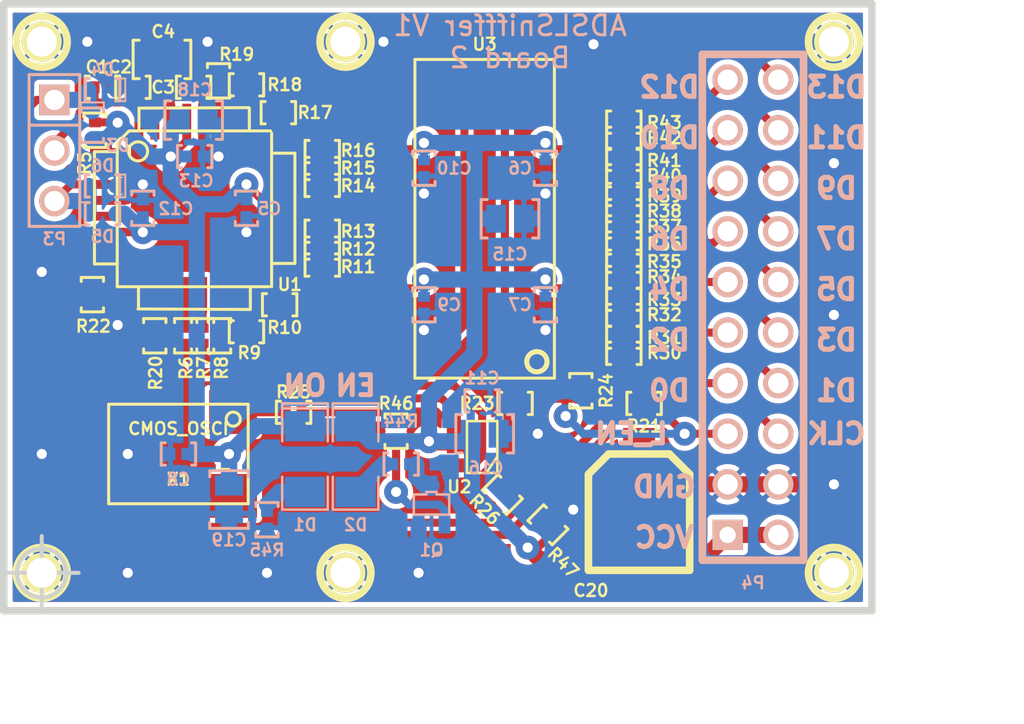
<source format=kicad_pcb>
(kicad_pcb (version 3) (host pcbnew "(2013-07-07 BZR 4022)-stable")
  (title_block (title "Adsl Sniffer") (rev 1))
  (layers (15 Dessus.Cu signal) (0 Dessous.Cu signal))
  (net 0 "")
  (net 1 +3.3V)
  (net 2 /CLK)
  (net 3 /L_ENABLE)
  (net 4 GND)
  (net 5 N-0000010)
  (net 6 N-0000011)
  (net 7 N-0000012)
  (net 8 N-0000013)
  (net 9 N-0000014)
  (net 10 N-0000015)
  (net 11 N-0000016)
  (net 12 N-0000017)
  (net 13 N-0000018)
  (net 14 N-0000022)
  (net 15 N-0000023)
  (net 16 N-0000024)
  (net 17 N-0000029)
  (net 18 N-0000030)
  (net 19 N-0000032)
  (net 20 N-0000033)
  (net 21 N-0000034)
  (net 22 N-0000035)
  (net 23 N-0000036)
  (net 24 N-0000037)
  (net 25 N-0000038)
  (net 26 N-0000039)
  (net 27 N-0000040)
  (net 28 N-0000041)
  (net 29 N-0000042)
  (net 30 N-0000043)
  (net 31 N-0000044)
  (net 32 N-0000045)
  (net 33 N-0000046)
  (net 34 N-0000048)
  (net 35 N-000005)
  (net 36 N-0000050)
  (net 37 N-0000051)
  (net 38 N-0000052)
  (net 39 N-0000053)
  (net 40 N-0000054)
  (net 41 N-0000055)
  (net 42 N-0000056)
  (net 43 N-0000057)
  (net 44 N-0000058)
  (net 45 N-0000059)
  (net 46 N-000006)
  (net 47 N-0000060)
  (net 48 N-0000061)
  (net 49 N-0000063)
  (net 50 N-0000064)
  (net 51 N-0000065)
  (net 52 N-0000066)
  (net 53 N-0000067)
  (net 54 N-0000068)
  (net 55 N-0000069)
  (net 56 N-000007)
  (net 57 N-0000070)
  (net 58 N-0000071)
  (net 59 N-0000072)
  (net 60 N-0000073)
  (net 61 N-0000074)
  (net 62 N-0000075)
  (net 63 N-0000076)
  (net 64 N-0000077)
  (net 65 N-0000078)
  (net 66 N-0000079)
  (net 67 N-000008)
  (net 68 N-0000080)
  (net 69 N-0000081)
  (net 70 N-0000082)
  (net 71 N-0000083)
  (net 72 N-0000084)
  (net 73 N-0000085)
  (net 74 N-0000088)
  (net 75 N-000009)
  (net 76 N-0000090)
  (net 77 N-0000092)
  (net 78 N-0000093)
  (net 79 N-0000096)
  (module SOT23_6 (layer Dessus.Cu) (at 157.734 116.205 90)
    (fp_text reference U2)
    (fp_text value 74L2G04 hide)
    (pad 6 smd rect (at -0.9525 -1.27 90) (size 0.70104 1.00076) (layers Dessus.Cu Dessus.Pate Dessus.Masque) (net 41 N-0000055))
    (pad 5 smd rect (at 0 -1.27 90) (size 0.70104 1.00076) (layers Dessus.Cu Dessus.Pate Dessus.Masque) (net 1 +3.3V))
    (pad 4 smd rect (at 0.9525 -1.27 90) (size 0.70104 1.00076) (layers Dessus.Cu Dessus.Pate Dessus.Masque) (net 14 N-0000022))
    (pad 3 smd rect (at 0.9525 1.27 90) (size 0.70104 1.00076) (layers Dessus.Cu Dessus.Pate Dessus.Masque) (net 20 N-0000033))
    (pad 2 smd rect (at 0 1.27 90) (size 0.70104 1.00076) (layers Dessus.Cu Dessus.Pate Dessus.Masque) (net 4 GND))
    (pad 1 smd rect (at -0.9525 1.27 90) (size 0.70104 1.00076) (layers Dessus.Cu Dessus.Pate Dessus.Masque) (net 40 N-0000054))
  )
  (module SM0402 (layer Dessus.Cu) (at 164.846 99.9236 180)
    (fp_text reference R43)
    (fp_text value 100 hide)
    (pad 1 smd rect (at -0.39878 0 180) (size 0.50038 0.59944) (layers Dessus.Cu Dessus.Pate Dessus.Masque) (net 56 N-000007))
    (pad 2 smd rect (at 0.39878 0 180) (size 0.50038 0.59944) (layers Dessus.Cu Dessus.Pate Dessus.Masque) (net 58 N-0000071))
  )
  (module SM0402 (layer Dessus.Cu) (at 164.846 100.7364 180)
    (fp_text reference R42)
    (fp_text value 100 hide)
    (pad 1 smd rect (at -0.39878 0 180) (size 0.50038 0.59944) (layers Dessus.Cu Dessus.Pate Dessus.Masque) (net 10 N-0000015))
    (pad 2 smd rect (at 0.39878 0 180) (size 0.50038 0.59944) (layers Dessus.Cu Dessus.Pate Dessus.Masque) (net 48 N-0000061))
  )
  (module SM0402 (layer Dessus.Cu) (at 164.846 101.7905 180)
    (fp_text reference R41)
    (fp_text value 100 hide)
    (pad 1 smd rect (at -0.39878 0 180) (size 0.50038 0.59944) (layers Dessus.Cu Dessus.Pate Dessus.Masque) (net 9 N-0000014))
    (pad 2 smd rect (at 0.39878 0 180) (size 0.50038 0.59944) (layers Dessus.Cu Dessus.Pate Dessus.Masque) (net 44 N-0000058))
  )
  (module SM0402 (layer Dessus.Cu) (at 164.846 102.616 180)
    (fp_text reference R40)
    (fp_text value 100 hide)
    (pad 1 smd rect (at -0.39878 0 180) (size 0.50038 0.59944) (layers Dessus.Cu Dessus.Pate Dessus.Masque) (net 8 N-0000013))
    (pad 2 smd rect (at 0.39878 0 180) (size 0.50038 0.59944) (layers Dessus.Cu Dessus.Pate Dessus.Masque) (net 72 N-0000084))
  )
  (module SM0402 (layer Dessus.Cu) (at 164.846 103.5558 180)
    (fp_text reference R39)
    (fp_text value 100 hide)
    (pad 1 smd rect (at -0.39878 0 180) (size 0.50038 0.59944) (layers Dessus.Cu Dessus.Pate Dessus.Masque) (net 7 N-0000012))
    (pad 2 smd rect (at 0.39878 0 180) (size 0.50038 0.59944) (layers Dessus.Cu Dessus.Pate Dessus.Masque) (net 69 N-0000081))
  )
  (module SM0402 (layer Dessus.Cu) (at 164.846 105.1814 180)
    (fp_text reference R37)
    (fp_text value 100 hide)
    (pad 1 smd rect (at -0.39878 0 180) (size 0.50038 0.59944) (layers Dessus.Cu Dessus.Pate Dessus.Masque) (net 5 N-0000010))
    (pad 2 smd rect (at 0.39878 0 180) (size 0.50038 0.59944) (layers Dessus.Cu Dessus.Pate Dessus.Masque) (net 63 N-0000076))
  )
  (module SM0402 (layer Dessus.Cu) (at 164.846 104.3686 180)
    (fp_text reference R38)
    (fp_text value 100 hide)
    (pad 1 smd rect (at -0.39878 0 180) (size 0.50038 0.59944) (layers Dessus.Cu Dessus.Pate Dessus.Masque) (net 6 N-0000011))
    (pad 2 smd rect (at 0.39878 0 180) (size 0.50038 0.59944) (layers Dessus.Cu Dessus.Pate Dessus.Masque) (net 65 N-0000078))
  )
  (module SM0402 (layer Dessus.Cu) (at 164.846 105.9942 180)
    (fp_text reference R36)
    (fp_text value 100 hide)
    (pad 1 smd rect (at -0.39878 0 180) (size 0.50038 0.59944) (layers Dessus.Cu Dessus.Pate Dessus.Masque) (net 75 N-000009))
    (pad 2 smd rect (at 0.39878 0 180) (size 0.50038 0.59944) (layers Dessus.Cu Dessus.Pate Dessus.Masque) (net 61 N-0000074))
  )
  (module SM0402 (layer Dessus.Cu) (at 164.846 107.7214 180)
    (fp_text reference R34)
    (fp_text value 100 hide)
    (pad 1 smd rect (at -0.39878 0 180) (size 0.50038 0.59944) (layers Dessus.Cu Dessus.Pate Dessus.Masque) (net 67 N-000008))
    (pad 2 smd rect (at 0.39878 0 180) (size 0.50038 0.59944) (layers Dessus.Cu Dessus.Pate Dessus.Masque) (net 42 N-0000056))
  )
  (module SM0402 (layer Dessus.Cu) (at 164.846 108.8136 180)
    (fp_text reference R33)
    (fp_text value 100 hide)
    (pad 1 smd rect (at -0.39878 0 180) (size 0.50038 0.59944) (layers Dessus.Cu Dessus.Pate Dessus.Masque) (net 46 N-000006))
    (pad 2 smd rect (at 0.39878 0 180) (size 0.50038 0.59944) (layers Dessus.Cu Dessus.Pate Dessus.Masque) (net 39 N-0000053))
  )
  (module SM0402 (layer Dessus.Cu) (at 164.846 109.6264 180)
    (fp_text reference R32)
    (fp_text value 100 hide)
    (pad 1 smd rect (at -0.39878 0 180) (size 0.50038 0.59944) (layers Dessus.Cu Dessus.Pate Dessus.Masque) (net 11 N-0000016))
    (pad 2 smd rect (at 0.39878 0 180) (size 0.50038 0.59944) (layers Dessus.Cu Dessus.Pate Dessus.Masque) (net 38 N-0000052))
  )
  (module SM0402 (layer Dessus.Cu) (at 164.846 110.7186 180)
    (fp_text reference R31)
    (fp_text value 100 hide)
    (pad 1 smd rect (at -0.39878 0 180) (size 0.50038 0.59944) (layers Dessus.Cu Dessus.Pate Dessus.Masque) (net 12 N-0000017))
    (pad 2 smd rect (at 0.39878 0 180) (size 0.50038 0.59944) (layers Dessus.Cu Dessus.Pate Dessus.Masque) (net 37 N-0000051))
  )
  (module SM0402 (layer Dessus.Cu) (at 164.846 111.5314 180)
    (fp_text reference R30)
    (fp_text value 100 hide)
    (pad 1 smd rect (at -0.39878 0 180) (size 0.50038 0.59944) (layers Dessus.Cu Dessus.Pate Dessus.Masque) (net 13 N-0000018))
    (pad 2 smd rect (at 0.39878 0 180) (size 0.50038 0.59944) (layers Dessus.Cu Dessus.Pate Dessus.Masque) (net 36 N-0000050))
  )
  (module SM0402 (layer Dessus.Cu) (at 164.846 106.9086 180)
    (fp_text reference R35)
    (fp_text value 100 hide)
    (pad 1 smd rect (at -0.39878 0 180) (size 0.50038 0.59944) (layers Dessus.Cu Dessus.Pate Dessus.Masque) (net 35 N-000005))
    (pad 2 smd rect (at 0.39878 0 180) (size 0.50038 0.59944) (layers Dessus.Cu Dessus.Pate Dessus.Masque) (net 57 N-0000070))
  )
  (module SM0402 (layer Dessus.Cu) (at 165.862 114.046 180)
    (fp_text reference R21)
    (fp_text value 100 hide)
    (pad 1 smd rect (at -0.39878 0 180) (size 0.50038 0.59944) (layers Dessus.Cu Dessus.Pate Dessus.Masque) (net 2 /CLK))
    (pad 2 smd rect (at 0.39878 0 180) (size 0.50038 0.59944) (layers Dessus.Cu Dessus.Pate Dessus.Masque) (net 74 N-0000088))
  )
  (module SM0402 (layer Dessus.Cu) (at 162.687 113.411 90)
    (fp_text reference R24)
    (fp_text value 49 hide)
    (pad 1 smd rect (at -0.39878 0 90) (size 0.50038 0.59944) (layers Dessus.Cu Dessus.Pate Dessus.Masque) (net 3 /L_ENABLE))
    (pad 2 smd rect (at 0.39878 0 90) (size 0.50038 0.59944) (layers Dessus.Cu Dessus.Pate Dessus.Masque) (net 73 N-0000085))
  )
  (module SM0402 (layer Dessus.Cu) (at 159.385 114.046 180)
    (fp_text reference R23)
    (fp_text value 49 hide)
    (pad 1 smd rect (at -0.39878 0 180) (size 0.50038 0.59944) (layers Dessus.Cu Dessus.Pate Dessus.Masque) (net 3 /L_ENABLE))
    (pad 2 smd rect (at 0.39878 0 180) (size 0.50038 0.59944) (layers Dessus.Cu Dessus.Pate Dessus.Masque) (net 20 N-0000033))
  )
  (module SM0402 (layer Dessus.Cu) (at 158.75 118.618 315)
    (fp_text reference R26)
    (fp_text value 49 hide)
    (pad 1 smd rect (at -0.39878 0 315) (size 0.50038 0.59944) (layers Dessus.Cu Dessus.Pate Dessus.Masque) (net 40 N-0000054))
    (pad 2 smd rect (at 0.39878 0 315) (size 0.50038 0.59944) (layers Dessus.Cu Dessus.Pate Dessus.Masque) (net 74 N-0000088))
  )
  (module SM0402 (layer Dessus.Cu) (at 148.2725 114.4905)
    (fp_text reference R25)
    (fp_text value 49 hide)
    (pad 1 smd rect (at -0.39878 0) (size 0.50038 0.59944) (layers Dessus.Cu Dessus.Pate Dessus.Masque) (net 23 N-0000036))
    (pad 2 smd rect (at 0.39878 0) (size 0.50038 0.59944) (layers Dessus.Cu Dessus.Pate Dessus.Masque) (net 14 N-0000022))
  )
  (module SM0402 (layer Dessous.Cu) (at 142.494 116.586 180)
    (fp_text reference C8)
    (fp_text value 100n hide)
    (pad 1 smd rect (at -0.39878 0 180) (size 0.50038 0.59944) (layers Dessous.Cu Dessous.Pate Dessous.Masque) (net 1 +3.3V))
    (pad 2 smd rect (at 0.39878 0 180) (size 0.50038 0.59944) (layers Dessous.Cu Dessous.Pate Dessous.Masque) (net 4 GND))
  )
  (module SM0402 (layer Dessus.Cu) (at 138.176 108.585 90)
    (fp_text reference R22)
    (fp_text value 49 hide)
    (pad 1 smd rect (at -0.39878 0 90) (size 0.50038 0.59944) (layers Dessus.Cu Dessus.Pate Dessus.Masque) (net 3 /L_ENABLE))
    (pad 2 smd rect (at 0.39878 0 90) (size 0.50038 0.59944) (layers Dessus.Cu Dessus.Pate Dessus.Masque) (net 21 N-0000034))
  )
  (module SM0402 (layer Dessus.Cu) (at 138.303 100.33 90)
    (fp_text reference R5)
    (fp_text value 1k hide)
    (pad 1 smd rect (at -0.39878 0 90) (size 0.50038 0.59944) (layers Dessus.Cu Dessus.Pate Dessus.Masque) (net 19 N-0000032))
    (pad 2 smd rect (at 0.39878 0 90) (size 0.50038 0.59944) (layers Dessus.Cu Dessus.Pate Dessus.Masque) (net 1 +3.3V))
  )
  (module SM0402 (layer Dessus.Cu) (at 138.684 98.171)
    (fp_text reference C1)
    (fp_text value 100n hide)
    (pad 1 smd rect (at -0.39878 0) (size 0.50038 0.59944) (layers Dessus.Cu Dessus.Pate Dessus.Masque) (net 76 N-0000090))
    (pad 2 smd rect (at 0.39878 0) (size 0.50038 0.59944) (layers Dessus.Cu Dessus.Pate Dessus.Masque) (net 4 GND))
  )
  (module SM0402 (layer Dessus.Cu) (at 140.208 98.171 180)
    (fp_text reference C2)
    (fp_text value 100n hide)
    (pad 1 smd rect (at -0.39878 0 180) (size 0.50038 0.59944) (layers Dessus.Cu Dessus.Pate Dessus.Masque) (net 77 N-0000092))
    (pad 2 smd rect (at 0.39878 0 180) (size 0.50038 0.59944) (layers Dessus.Cu Dessus.Pate Dessus.Masque) (net 4 GND))
  )
  (module SM0402 (layer Dessus.Cu) (at 143.256 98.171)
    (fp_text reference C3)
    (fp_text value 100n hide)
    (pad 1 smd rect (at -0.39878 0) (size 0.50038 0.59944) (layers Dessus.Cu Dessus.Pate Dessus.Masque) (net 34 N-0000048))
    (pad 2 smd rect (at 0.39878 0) (size 0.50038 0.59944) (layers Dessus.Cu Dessus.Pate Dessus.Masque) (net 4 GND))
  )
  (module SM0402 (layer Dessus.Cu) (at 144.50822 97.84842 270)
    (fp_text reference R19)
    (fp_text value 33 hide)
    (pad 1 smd rect (at -0.39878 0 270) (size 0.50038 0.59944) (layers Dessus.Cu Dessus.Pate Dessus.Masque) (net 52 N-0000066))
    (pad 2 smd rect (at 0.39878 0 270) (size 0.50038 0.59944) (layers Dessus.Cu Dessus.Pate Dessus.Masque) (net 53 N-0000067))
  )
  (module SM0402 (layer Dessus.Cu) (at 145.90776 98.04908 180)
    (fp_text reference R18)
    (fp_text value 33 hide)
    (pad 1 smd rect (at -0.39878 0 180) (size 0.50038 0.59944) (layers Dessus.Cu Dessus.Pate Dessus.Masque) (net 59 N-0000072))
    (pad 2 smd rect (at 0.39878 0 180) (size 0.50038 0.59944) (layers Dessus.Cu Dessus.Pate Dessus.Masque) (net 54 N-0000068))
  )
  (module SM0402 (layer Dessus.Cu) (at 147.50796 99.44862 180)
    (fp_text reference R17)
    (fp_text value 33 hide)
    (pad 1 smd rect (at -0.39878 0 180) (size 0.50038 0.59944) (layers Dessus.Cu Dessus.Pate Dessus.Masque) (net 64 N-0000077))
    (pad 2 smd rect (at 0.39878 0 180) (size 0.50038 0.59944) (layers Dessus.Cu Dessus.Pate Dessus.Masque) (net 55 N-0000069))
  )
  (module SM0402 (layer Dessous.Cu) (at 143.30934 101.64826)
    (fp_text reference C13)
    (fp_text value 100n hide)
    (pad 1 smd rect (at -0.39878 0) (size 0.50038 0.59944) (layers Dessous.Cu Dessous.Pate Dessous.Masque) (net 1 +3.3V))
    (pad 2 smd rect (at 0.39878 0) (size 0.50038 0.59944) (layers Dessous.Cu Dessous.Pate Dessous.Masque) (net 4 GND))
  )
  (module SM0402 (layer Dessous.Cu) (at 140.70838 104.24922 90)
    (fp_text reference C12)
    (fp_text value 100n hide)
    (pad 1 smd rect (at -0.39878 0 90) (size 0.50038 0.59944) (layers Dessous.Cu Dessous.Pate Dessous.Masque) (net 1 +3.3V))
    (pad 2 smd rect (at 0.39878 0 90) (size 0.50038 0.59944) (layers Dessous.Cu Dessous.Pate Dessous.Masque) (net 4 GND))
  )
  (module SM0402 (layer Dessous.Cu) (at 145.90776 104.24922 270)
    (fp_text reference C5)
    (fp_text value 100n hide)
    (pad 1 smd rect (at -0.39878 0 270) (size 0.50038 0.59944) (layers Dessous.Cu Dessous.Pate Dessous.Masque) (net 1 +3.3V))
    (pad 2 smd rect (at 0.39878 0 270) (size 0.50038 0.59944) (layers Dessous.Cu Dessous.Pate Dessous.Masque) (net 4 GND))
  )
  (module SM0402 (layer Dessus.Cu) (at 149.71014 101.39934 180)
    (fp_text reference R16)
    (fp_text value 33 hide)
    (pad 1 smd rect (at -0.39878 0 180) (size 0.50038 0.59944) (layers Dessus.Cu Dessus.Pate Dessus.Masque) (net 66 N-0000079))
    (pad 2 smd rect (at 0.39878 0 180) (size 0.50038 0.59944) (layers Dessus.Cu Dessus.Pate Dessus.Masque) (net 25 N-0000038))
  )
  (module SM0402 (layer Dessus.Cu) (at 149.71014 102.25024 180)
    (fp_text reference R15)
    (fp_text value 33 hide)
    (pad 1 smd rect (at -0.39878 0 180) (size 0.50038 0.59944) (layers Dessus.Cu Dessus.Pate Dessus.Masque) (net 71 N-0000083))
    (pad 2 smd rect (at 0.39878 0 180) (size 0.50038 0.59944) (layers Dessus.Cu Dessus.Pate Dessus.Masque) (net 26 N-0000039))
  )
  (module SM0402 (layer Dessus.Cu) (at 149.71014 103.0986 180)
    (fp_text reference R14)
    (fp_text value 33 hide)
    (pad 1 smd rect (at -0.39878 0 180) (size 0.50038 0.59944) (layers Dessus.Cu Dessus.Pate Dessus.Masque) (net 49 N-0000063))
    (pad 2 smd rect (at 0.39878 0 180) (size 0.50038 0.59944) (layers Dessus.Cu Dessus.Pate Dessus.Masque) (net 27 N-0000040))
  )
  (module SM0402 (layer Dessus.Cu) (at 149.71014 105.39984 180)
    (fp_text reference R13)
    (fp_text value 33 hide)
    (pad 1 smd rect (at -0.39878 0 180) (size 0.50038 0.59944) (layers Dessus.Cu Dessus.Pate Dessus.Masque) (net 45 N-0000059))
    (pad 2 smd rect (at 0.39878 0 180) (size 0.50038 0.59944) (layers Dessus.Cu Dessus.Pate Dessus.Masque) (net 28 N-0000041))
  )
  (module SM0402 (layer Dessus.Cu) (at 149.71014 107.0991 180)
    (fp_text reference R11)
    (fp_text value 33 hide)
    (pad 1 smd rect (at -0.39878 0 180) (size 0.50038 0.59944) (layers Dessus.Cu Dessus.Pate Dessus.Masque) (net 60 N-0000073))
    (pad 2 smd rect (at 0.39878 0 180) (size 0.50038 0.59944) (layers Dessus.Cu Dessus.Pate Dessus.Masque) (net 24 N-0000037))
  )
  (module SM0402 (layer Dessus.Cu) (at 147.574 109.093 180)
    (fp_text reference R10)
    (fp_text value 33 hide)
    (pad 1 smd rect (at -0.39878 0 180) (size 0.50038 0.59944) (layers Dessus.Cu Dessus.Pate Dessus.Masque) (net 62 N-0000075))
    (pad 2 smd rect (at 0.39878 0 180) (size 0.50038 0.59944) (layers Dessus.Cu Dessus.Pate Dessus.Masque) (net 30 N-0000043))
  )
  (module SM0402 (layer Dessus.Cu) (at 145.90776 110.44936 180)
    (fp_text reference R9)
    (fp_text value 33 hide)
    (pad 1 smd rect (at -0.39878 0 180) (size 0.50038 0.59944) (layers Dessus.Cu Dessus.Pate Dessus.Masque) (net 68 N-0000080))
    (pad 2 smd rect (at 0.39878 0 180) (size 0.50038 0.59944) (layers Dessus.Cu Dessus.Pate Dessus.Masque) (net 31 N-0000044))
  )
  (module SM0402 (layer Dessus.Cu) (at 144.55902 110.65002 90)
    (fp_text reference R8)
    (fp_text value 33 hide)
    (pad 1 smd rect (at -0.39878 0 90) (size 0.50038 0.59944) (layers Dessus.Cu Dessus.Pate Dessus.Masque) (net 70 N-0000082))
    (pad 2 smd rect (at 0.39878 0 90) (size 0.50038 0.59944) (layers Dessus.Cu Dessus.Pate Dessus.Masque) (net 32 N-0000045))
  )
  (module SM0402 (layer Dessus.Cu) (at 143.70812 110.65002 90)
    (fp_text reference R7)
    (fp_text value 33 hide)
    (pad 1 smd rect (at -0.39878 0 90) (size 0.50038 0.59944) (layers Dessus.Cu Dessus.Pate Dessus.Masque) (net 43 N-0000057))
    (pad 2 smd rect (at 0.39878 0 90) (size 0.50038 0.59944) (layers Dessus.Cu Dessus.Pate Dessus.Masque) (net 33 N-0000046))
  )
  (module SM0402 (layer Dessus.Cu) (at 149.71014 106.2482 180)
    (fp_text reference R12)
    (fp_text value 33 hide)
    (pad 1 smd rect (at -0.39878 0 180) (size 0.50038 0.59944) (layers Dessus.Cu Dessus.Pate Dessus.Masque) (net 47 N-0000060))
    (pad 2 smd rect (at 0.39878 0 180) (size 0.50038 0.59944) (layers Dessus.Cu Dessus.Pate Dessus.Masque) (net 29 N-0000042))
  )
  (module SM0402 (layer Dessous.Cu) (at 160.909 109.093 270)
    (fp_text reference C7)
    (fp_text value 100n hide)
    (pad 1 smd rect (at -0.39878 0 270) (size 0.50038 0.59944) (layers Dessous.Cu Dessous.Pate Dessous.Masque) (net 1 +3.3V))
    (pad 2 smd rect (at 0.39878 0 270) (size 0.50038 0.59944) (layers Dessous.Cu Dessous.Pate Dessous.Masque) (net 4 GND))
  )
  (module SM0402 (layer Dessous.Cu) (at 154.813 109.093 270)
    (fp_text reference C9)
    (fp_text value 100n hide)
    (pad 1 smd rect (at -0.39878 0 270) (size 0.50038 0.59944) (layers Dessous.Cu Dessous.Pate Dessous.Masque) (net 1 +3.3V))
    (pad 2 smd rect (at 0.39878 0 270) (size 0.50038 0.59944) (layers Dessous.Cu Dessous.Pate Dessous.Masque) (net 4 GND))
  )
  (module SM0402 (layer Dessous.Cu) (at 154.813 102.235 270)
    (fp_text reference C10)
    (fp_text value 100n hide)
    (pad 1 smd rect (at -0.39878 0 270) (size 0.50038 0.59944) (layers Dessous.Cu Dessous.Pate Dessous.Masque) (net 1 +3.3V))
    (pad 2 smd rect (at 0.39878 0 270) (size 0.50038 0.59944) (layers Dessous.Cu Dessous.Pate Dessous.Masque) (net 4 GND))
  )
  (module LQFP32 (layer Dessus.Cu) (at 143.30934 104.24922)
    (fp_text reference U1)
    (fp_text value ADC14L020 hide)
    (pad 8 smd rect (at -4.35102 2.79908) (size 1.80086 0.44958) (layers Dessus.Cu Dessus.Pate Dessus.Masque) (net 21 N-0000034))
    (pad 7 smd rect (at -4.35102 1.99898) (size 1.80086 0.44958) (layers Dessus.Cu Dessus.Pate Dessus.Masque) (net 4 GND))
    (pad 6 smd rect (at -4.35102 1.19888) (size 1.80086 0.44958) (layers Dessus.Cu Dessus.Pate Dessus.Masque) (net 1 +3.3V))
    (pad 5 smd rect (at -4.35102 0.39878) (size 1.80086 0.44958) (layers Dessus.Cu Dessus.Pate Dessus.Masque) (net 1 +3.3V))
    (pad 4 smd rect (at -4.35102 -0.39878) (size 1.80086 0.44958) (layers Dessus.Cu Dessus.Pate Dessus.Masque) (net 4 GND))
    (pad 3 smd rect (at -4.35102 -1.19888) (size 1.80086 0.44958) (layers Dessus.Cu Dessus.Pate Dessus.Masque) (net 79 N-0000096))
    (pad 2 smd rect (at -4.35102 -1.99898) (size 1.80086 0.44958) (layers Dessus.Cu Dessus.Pate Dessus.Masque) (net 78 N-0000093))
    (pad 1 smd rect (at -4.35102 -2.79908) (size 1.80086 0.44958) (layers Dessus.Cu Dessus.Pate Dessus.Masque) (net 19 N-0000032))
    (pad 24 smd rect (at 4.35102 -2.79908) (size 1.80086 0.44958) (layers Dessus.Cu Dessus.Pate Dessus.Masque) (net 25 N-0000038))
    (pad 17 smd rect (at 4.35102 2.79908) (size 1.80086 0.44958) (layers Dessus.Cu Dessus.Pate Dessus.Masque) (net 24 N-0000037))
    (pad 18 smd rect (at 4.35102 1.99898) (size 1.80086 0.44958) (layers Dessus.Cu Dessus.Pate Dessus.Masque) (net 29 N-0000042))
    (pad 19 smd rect (at 4.35102 1.19888) (size 1.80086 0.44958) (layers Dessus.Cu Dessus.Pate Dessus.Masque) (net 28 N-0000041))
    (pad 20 smd rect (at 4.35102 0.39878) (size 1.80086 0.44958) (layers Dessus.Cu Dessus.Pate Dessus.Masque) (net 4 GND))
    (pad 21 smd rect (at 4.35102 -0.39878) (size 1.80086 0.44958) (layers Dessus.Cu Dessus.Pate Dessus.Masque) (net 1 +3.3V))
    (pad 22 smd rect (at 4.35102 -1.19888) (size 1.80086 0.44958) (layers Dessus.Cu Dessus.Pate Dessus.Masque) (net 27 N-0000040))
    (pad 23 smd rect (at 4.35102 -1.99898) (size 1.80086 0.44958) (layers Dessus.Cu Dessus.Pate Dessus.Masque) (net 26 N-0000039))
    (pad 32 smd rect (at -2.79908 -4.35102) (size 0.44958 1.80086) (layers Dessus.Cu Dessus.Pate Dessus.Masque) (net 76 N-0000090))
    (pad 31 smd rect (at -1.99898 -4.35102) (size 0.44958 1.80086) (layers Dessus.Cu Dessus.Pate Dessus.Masque) (net 77 N-0000092))
    (pad 30 smd rect (at -1.19888 -4.35102) (size 0.44958 1.80086) (layers Dessus.Cu Dessus.Pate Dessus.Masque) (net 34 N-0000048))
    (pad 29 smd rect (at -0.39878 -4.35102) (size 0.44958 1.80086) (layers Dessus.Cu Dessus.Pate Dessus.Masque) (net 1 +3.3V))
    (pad 28 smd rect (at 0.39878 -4.35102) (size 0.44958 1.80086) (layers Dessus.Cu Dessus.Pate Dessus.Masque) (net 4 GND))
    (pad 27 smd rect (at 1.19888 -4.35102) (size 0.44958 1.80086) (layers Dessus.Cu Dessus.Pate Dessus.Masque) (net 53 N-0000067))
    (pad 26 smd rect (at 1.99898 -4.35102) (size 0.44958 1.80086) (layers Dessus.Cu Dessus.Pate Dessus.Masque) (net 54 N-0000068))
    (pad 25 smd rect (at 2.79908 -4.35102) (size 0.44958 1.80086) (layers Dessus.Cu Dessus.Pate Dessus.Masque) (net 55 N-0000069))
    (pad 9 smd rect (at -2.79908 4.35102) (size 0.44958 1.80086) (layers Dessus.Cu Dessus.Pate Dessus.Masque) (net 4 GND))
    (pad 10 smd rect (at -1.99898 4.35102) (size 0.44958 1.80086) (layers Dessus.Cu Dessus.Pate Dessus.Masque) (net 22 N-0000035))
    (pad 11 smd rect (at -1.19888 4.35102) (size 0.44958 1.80086) (layers Dessus.Cu Dessus.Pate Dessus.Masque))
    (pad 12 smd rect (at -0.39878 4.35102) (size 0.44958 1.80086) (layers Dessus.Cu Dessus.Pate Dessus.Masque) (net 51 N-0000065))
    (pad 13 smd rect (at 0.39878 4.35102) (size 0.44958 1.80086) (layers Dessus.Cu Dessus.Pate Dessus.Masque) (net 33 N-0000046))
    (pad 14 smd rect (at 1.19888 4.35102) (size 0.44958 1.80086) (layers Dessus.Cu Dessus.Pate Dessus.Masque) (net 32 N-0000045))
    (pad 15 smd rect (at 1.99898 4.35102) (size 0.44958 1.80086) (layers Dessus.Cu Dessus.Pate Dessus.Masque) (net 31 N-0000044))
    (pad 16 smd rect (at 2.79908 4.35102) (size 0.44958 1.80086) (layers Dessus.Cu Dessus.Pate Dessus.Masque) (net 30 N-0000043))
  )
  (module SM0402 (layer Dessus.Cu) (at 142.85976 110.65002 90)
    (fp_text reference R6)
    (fp_text value 33 hide)
    (pad 1 smd rect (at -0.39878 0 90) (size 0.50038 0.59944) (layers Dessus.Cu Dessus.Pate Dessus.Masque) (net 50 N-0000064))
    (pad 2 smd rect (at 0.39878 0 90) (size 0.50038 0.59944) (layers Dessus.Cu Dessus.Pate Dessus.Masque) (net 51 N-0000065))
  )
  (module SM0402 (layer Dessus.Cu) (at 141.30782 110.65002 90)
    (fp_text reference R20)
    (fp_text value 49 hide)
    (pad 1 smd rect (at -0.39878 0 90) (size 0.50038 0.59944) (layers Dessus.Cu Dessus.Pate Dessus.Masque) (net 74 N-0000088))
    (pad 2 smd rect (at 0.39878 0 90) (size 0.50038 0.59944) (layers Dessus.Cu Dessus.Pate Dessus.Masque) (net 22 N-0000035))
  )
  (module SM0402 (layer Dessous.Cu) (at 160.909 102.235 270)
    (fp_text reference C6)
    (fp_text value 100n hide)
    (pad 1 smd rect (at -0.39878 0 270) (size 0.50038 0.59944) (layers Dessous.Cu Dessous.Pate Dessous.Masque) (net 1 +3.3V))
    (pad 2 smd rect (at 0.39878 0 270) (size 0.50038 0.59944) (layers Dessous.Cu Dessous.Pate Dessous.Masque) (net 4 GND))
  )
  (module SSOP48 (layer Dessus.Cu) (at 157.861 104.775 90)
    (fp_text reference U3)
    (fp_text value 74LS162374 hide)
    (pad 1 smd rect (at -7.3025 4.7625 90) (size 0.381 1.524) (layers Dessus.Cu Dessus.Pate Dessus.Masque) (net 73 N-0000085))
    (pad 2 smd rect (at -6.6675 4.7625 90) (size 0.381 1.524) (layers Dessus.Cu Dessus.Pate Dessus.Masque) (net 36 N-0000050))
    (pad 3 smd rect (at -6.0325 4.7625 90) (size 0.381 1.524) (layers Dessus.Cu Dessus.Pate Dessus.Masque) (net 37 N-0000051))
    (pad 4 smd rect (at -5.3975 4.7625 90) (size 0.381 1.524) (layers Dessus.Cu Dessus.Pate Dessus.Masque) (net 4 GND))
    (pad 5 smd rect (at -4.7625 4.7625 90) (size 0.381 1.524) (layers Dessus.Cu Dessus.Pate Dessus.Masque) (net 38 N-0000052))
    (pad 6 smd rect (at -4.1275 4.7625 90) (size 0.381 1.524) (layers Dessus.Cu Dessus.Pate Dessus.Masque) (net 39 N-0000053))
    (pad 7 smd rect (at -3.4925 4.7625 90) (size 0.381 1.524) (layers Dessus.Cu Dessus.Pate Dessus.Masque) (net 1 +3.3V))
    (pad 8 smd rect (at -2.8575 4.7625 90) (size 0.381 1.524) (layers Dessus.Cu Dessus.Pate Dessus.Masque) (net 42 N-0000056))
    (pad 9 smd rect (at -2.2225 4.7625 90) (size 0.381 1.524) (layers Dessus.Cu Dessus.Pate Dessus.Masque) (net 57 N-0000070))
    (pad 10 smd rect (at -1.5875 4.7625 90) (size 0.381 1.524) (layers Dessus.Cu Dessus.Pate Dessus.Masque) (net 4 GND))
    (pad 11 smd rect (at -0.9525 4.7625 90) (size 0.381 1.524) (layers Dessus.Cu Dessus.Pate Dessus.Masque) (net 61 N-0000074))
    (pad 12 smd rect (at -0.3175 4.7625 90) (size 0.381 1.524) (layers Dessus.Cu Dessus.Pate Dessus.Masque) (net 63 N-0000076))
    (pad 13 smd rect (at 0.3175 4.7625 90) (size 0.381 1.524) (layers Dessus.Cu Dessus.Pate Dessus.Masque) (net 65 N-0000078))
    (pad 14 smd rect (at 0.9525 4.7625 90) (size 0.381 1.524) (layers Dessus.Cu Dessus.Pate Dessus.Masque) (net 69 N-0000081))
    (pad 15 smd rect (at 1.5875 4.7625 90) (size 0.381 1.524) (layers Dessus.Cu Dessus.Pate Dessus.Masque) (net 4 GND))
    (pad 16 smd rect (at 2.2225 4.7625 90) (size 0.381 1.524) (layers Dessus.Cu Dessus.Pate Dessus.Masque) (net 72 N-0000084))
    (pad 17 smd rect (at 2.8575 4.7625 90) (size 0.381 1.524) (layers Dessus.Cu Dessus.Pate Dessus.Masque) (net 44 N-0000058))
    (pad 18 smd rect (at 3.4925 4.7625 90) (size 0.381 1.524) (layers Dessus.Cu Dessus.Pate Dessus.Masque) (net 1 +3.3V))
    (pad 19 smd rect (at 4.1275 4.7625 90) (size 0.381 1.524) (layers Dessus.Cu Dessus.Pate Dessus.Masque) (net 48 N-0000061))
    (pad 20 smd rect (at 4.7625 4.7625 90) (size 0.381 1.524) (layers Dessus.Cu Dessus.Pate Dessus.Masque) (net 58 N-0000071))
    (pad 21 smd rect (at 5.3975 4.7625 90) (size 0.381 1.524) (layers Dessus.Cu Dessus.Pate Dessus.Masque) (net 4 GND))
    (pad 22 smd rect (at 6.0325 4.7625 90) (size 0.381 1.524) (layers Dessus.Cu Dessus.Pate Dessus.Masque))
    (pad 23 smd rect (at 6.6675 4.7625 90) (size 0.381 1.524) (layers Dessus.Cu Dessus.Pate Dessus.Masque))
    (pad 24 smd rect (at 7.3025 4.7625 90) (size 0.381 1.524) (layers Dessus.Cu Dessus.Pate Dessus.Masque) (net 73 N-0000085))
    (pad 36 smd rect (at 0.3175 -4.7625 90) (size 0.381 1.524) (layers Dessus.Cu Dessus.Pate Dessus.Masque) (net 49 N-0000063))
    (pad 35 smd rect (at 0.9525 -4.7625 90) (size 0.381 1.524) (layers Dessus.Cu Dessus.Pate Dessus.Masque) (net 71 N-0000083))
    (pad 34 smd rect (at 1.5875 -4.7625 90) (size 0.381 1.524) (layers Dessus.Cu Dessus.Pate Dessus.Masque) (net 4 GND))
    (pad 33 smd rect (at 2.2225 -4.7625 90) (size 0.381 1.524) (layers Dessus.Cu Dessus.Pate Dessus.Masque) (net 66 N-0000079))
    (pad 37 smd rect (at -0.3175 -4.7625 90) (size 0.381 1.524) (layers Dessus.Cu Dessus.Pate Dessus.Masque) (net 45 N-0000059))
    (pad 38 smd rect (at -0.9525 -4.7625 90) (size 0.381 1.524) (layers Dessus.Cu Dessus.Pate Dessus.Masque) (net 47 N-0000060))
    (pad 39 smd rect (at -1.5875 -4.7625 90) (size 0.381 1.524) (layers Dessus.Cu Dessus.Pate Dessus.Masque) (net 4 GND))
    (pad 40 smd rect (at -2.2225 -4.7625 90) (size 0.381 1.524) (layers Dessus.Cu Dessus.Pate Dessus.Masque) (net 60 N-0000073))
    (pad 41 smd rect (at -2.8575 -4.7625 90) (size 0.381 1.524) (layers Dessus.Cu Dessus.Pate Dessus.Masque) (net 62 N-0000075))
    (pad 42 smd rect (at -3.4925 -4.7625 90) (size 0.381 1.524) (layers Dessus.Cu Dessus.Pate Dessus.Masque) (net 1 +3.3V))
    (pad 43 smd rect (at -4.1275 -4.7625 90) (size 0.381 1.524) (layers Dessus.Cu Dessus.Pate Dessus.Masque) (net 68 N-0000080))
    (pad 44 smd rect (at -4.7625 -4.7625 90) (size 0.381 1.524) (layers Dessus.Cu Dessus.Pate Dessus.Masque) (net 70 N-0000082))
    (pad 45 smd rect (at -5.3975 -4.7625 90) (size 0.381 1.524) (layers Dessus.Cu Dessus.Pate Dessus.Masque) (net 4 GND))
    (pad 46 smd rect (at -6.0325 -4.7625 90) (size 0.381 1.524) (layers Dessus.Cu Dessus.Pate Dessus.Masque) (net 43 N-0000057))
    (pad 47 smd rect (at -6.6675 -4.7625 90) (size 0.381 1.524) (layers Dessus.Cu Dessus.Pate Dessus.Masque) (net 50 N-0000064))
    (pad 32 smd rect (at 2.8575 -4.7625 90) (size 0.381 1.524) (layers Dessus.Cu Dessus.Pate Dessus.Masque) (net 64 N-0000077))
    (pad 31 smd rect (at 3.4925 -4.7625 90) (size 0.381 1.524) (layers Dessus.Cu Dessus.Pate Dessus.Masque) (net 1 +3.3V))
    (pad 30 smd rect (at 4.1275 -4.7625 90) (size 0.381 1.524) (layers Dessus.Cu Dessus.Pate Dessus.Masque) (net 59 N-0000072))
    (pad 29 smd rect (at 4.7625 -4.7625 90) (size 0.381 1.524) (layers Dessus.Cu Dessus.Pate Dessus.Masque) (net 52 N-0000066))
    (pad 28 smd rect (at 5.3975 -4.7625 90) (size 0.381 1.524) (layers Dessus.Cu Dessus.Pate Dessus.Masque) (net 4 GND))
    (pad 27 smd rect (at 6.0325 -4.7625 90) (size 0.381 1.524) (layers Dessus.Cu Dessus.Pate Dessus.Masque) (net 4 GND))
    (pad 26 smd rect (at 6.6675 -4.7625 90) (size 0.381 1.524) (layers Dessus.Cu Dessus.Pate Dessus.Masque) (net 4 GND))
    (pad 25 smd rect (at 7.3025 -4.7625 90) (size 0.381 1.524) (layers Dessus.Cu Dessus.Pate Dessus.Masque) (net 41 N-0000055))
    (pad 48 smd rect (at -7.3025 -4.7625 90) (size 0.381 1.524) (layers Dessus.Cu Dessus.Pate Dessus.Masque) (net 41 N-0000055))
  )
  (module PIN_ARRAY_3X1 (layer Dessous.Cu) (at 136.271 101.346 270)
    (fp_text reference P3)
    (fp_text value CONN_3 hide)
    (pad 1 thru_hole rect (at -2.54 0 270) (size 1.524 1.524) (drill 1.016) (layers *.Cu *.Mask Dessous.SilkS) (net 78 N-0000093))
    (pad 2 thru_hole circle (at 0 0 270) (size 1.524 1.524) (drill 1.016) (layers *.Cu *.Mask Dessous.SilkS) (net 76 N-0000090))
    (pad 3 thru_hole circle (at 2.54 0 270) (size 1.524 1.524) (drill 1.016) (layers *.Cu *.Mask Dessous.SilkS) (net 79 N-0000096))
  )
  (module pin_array_10x2 (layer Dessous.Cu) (at 171.323 109.22 90)
    (fp_text reference P4)
    (fp_text value CONN_20 hide)
    (pad 1 thru_hole rect (at -11.43 -1.27 90) (size 1.524 1.524) (drill 0.8128) (layers *.Cu *.Mask Dessous.SilkS) (net 1 +3.3V))
    (pad 2 thru_hole circle (at -11.43 1.27 90) (size 1.524 1.524) (drill 1.016) (layers *.Cu *.Mask Dessous.SilkS) (net 1 +3.3V))
    (pad 3 thru_hole circle (at -8.89 -1.27 90) (size 1.524 1.524) (drill 1.016) (layers *.Cu *.Mask Dessous.SilkS) (net 4 GND))
    (pad 4 thru_hole circle (at -8.89 1.27 90) (size 1.524 1.524) (drill 1.016) (layers *.Cu *.Mask Dessous.SilkS) (net 4 GND))
    (pad 5 thru_hole circle (at -6.35 -1.27 90) (size 1.524 1.524) (drill 1.016) (layers *.Cu *.Mask Dessous.SilkS) (net 3 /L_ENABLE))
    (pad 6 thru_hole circle (at -6.35 1.27 90) (size 1.524 1.524) (drill 1.016) (layers *.Cu *.Mask Dessous.SilkS) (net 2 /CLK))
    (pad 7 thru_hole circle (at -3.81 -1.27 90) (size 1.524 1.524) (drill 1.016) (layers *.Cu *.Mask Dessous.SilkS) (net 13 N-0000018))
    (pad 8 thru_hole circle (at -3.81 1.27 90) (size 1.524 1.524) (drill 1.016) (layers *.Cu *.Mask Dessous.SilkS) (net 12 N-0000017))
    (pad 9 thru_hole circle (at -1.27 -1.27 90) (size 1.524 1.524) (drill 1.016) (layers *.Cu *.Mask Dessous.SilkS) (net 11 N-0000016))
    (pad 10 thru_hole circle (at -1.27 1.27 90) (size 1.524 1.524) (drill 1.016) (layers *.Cu *.Mask Dessous.SilkS) (net 46 N-000006))
    (pad 11 thru_hole circle (at 1.27 -1.27 90) (size 1.524 1.524) (drill 1.016) (layers *.Cu *.Mask Dessous.SilkS) (net 67 N-000008))
    (pad 12 thru_hole circle (at 1.27 1.27 90) (size 1.524 1.524) (drill 1.016) (layers *.Cu *.Mask Dessous.SilkS) (net 35 N-000005))
    (pad 13 thru_hole circle (at 3.81 -1.27 90) (size 1.524 1.524) (drill 1.016) (layers *.Cu *.Mask Dessous.SilkS) (net 75 N-000009))
    (pad 14 thru_hole circle (at 3.81 1.27 90) (size 1.524 1.524) (drill 1.016) (layers *.Cu *.Mask Dessous.SilkS) (net 5 N-0000010))
    (pad 15 thru_hole circle (at 6.35 -1.27 90) (size 1.524 1.524) (drill 1.016) (layers *.Cu *.Mask Dessous.SilkS) (net 6 N-0000011))
    (pad 16 thru_hole circle (at 6.35 1.27 90) (size 1.524 1.524) (drill 1.016) (layers *.Cu *.Mask Dessous.SilkS) (net 7 N-0000012))
    (pad 17 thru_hole circle (at 8.89 -1.27 90) (size 1.524 1.524) (drill 1.016) (layers *.Cu *.Mask Dessous.SilkS) (net 8 N-0000013))
    (pad 18 thru_hole circle (at 8.89 1.27 90) (size 1.524 1.524) (drill 1.016) (layers *.Cu *.Mask Dessous.SilkS) (net 9 N-0000014))
    (pad 19 thru_hole circle (at 11.43 -1.27 90) (size 1.524 1.524) (drill 1.016) (layers *.Cu *.Mask Dessous.SilkS) (net 10 N-0000015))
    (pad 20 thru_hole circle (at 11.43 1.27 90) (size 1.524 1.524) (drill 1.016) (layers *.Cu *.Mask Dessous.SilkS) (net 56 N-000007))
  )
  (module SM1206POL (layer Dessous.Cu) (at 148.844 116.84 270)
    (fp_text reference D1)
    (fp_text value "LED PW" hide)
    (pad 1 smd rect (at -1.651 0 270) (size 1.524 2.032) (layers Dessous.Cu Dessous.Pate Dessous.Masque) (net 1 +3.3V))
    (pad 2 smd rect (at 1.651 0 270) (size 1.524 2.032) (layers Dessous.Cu Dessous.Pate Dessous.Masque) (net 17 N-0000029))
  )
  (module SM1206POL (layer Dessous.Cu) (at 151.384 116.84 270)
    (fp_text reference D2)
    (fp_text value "LED EN" hide)
    (pad 1 smd rect (at -1.651 0 270) (size 1.524 2.032) (layers Dessous.Cu Dessous.Pate Dessous.Masque) (net 1 +3.3V))
    (pad 2 smd rect (at 1.651 0 270) (size 1.524 2.032) (layers Dessous.Cu Dessous.Pate Dessous.Masque) (net 18 N-0000030))
  )
  (module SM0402 (layer Dessous.Cu) (at 153.67 117.094 180)
    (fp_text reference R44)
    (fp_text value 47 hide)
    (pad 1 smd rect (at -0.39878 0 180) (size 0.50038 0.59944) (layers Dessous.Cu Dessous.Pate Dessous.Masque) (net 16 N-0000024))
    (pad 2 smd rect (at 0.39878 0 180) (size 0.50038 0.59944) (layers Dessous.Cu Dessous.Pate Dessous.Masque) (net 18 N-0000030))
  )
  (module SM0402 (layer Dessous.Cu) (at 146.939 119.888 270)
    (fp_text reference R45)
    (fp_text value 47 hide)
    (pad 1 smd rect (at -0.39878 0 270) (size 0.50038 0.59944) (layers Dessous.Cu Dessous.Pate Dessous.Masque) (net 17 N-0000029))
    (pad 2 smd rect (at 0.39878 0 270) (size 0.50038 0.59944) (layers Dessous.Cu Dessous.Pate Dessous.Masque) (net 4 GND))
  )
  (module SM0402 (layer Dessous.Cu) (at 157.734 113.919)
    (fp_text reference C11)
    (fp_text value 100n hide)
    (pad 1 smd rect (at -0.39878 0) (size 0.50038 0.59944) (layers Dessous.Cu Dessous.Pate Dessous.Masque) (net 1 +3.3V))
    (pad 2 smd rect (at 0.39878 0) (size 0.50038 0.59944) (layers Dessous.Cu Dessous.Pate Dessous.Masque) (net 4 GND))
  )
  (module SM0402 (layer Dessus.Cu) (at 153.416 115.443 90)
    (fp_text reference R46)
    (fp_text value 49 hide)
    (pad 1 smd rect (at -0.39878 0 90) (size 0.50038 0.59944) (layers Dessus.Cu Dessus.Pate Dessus.Masque) (net 15 N-0000023))
    (pad 2 smd rect (at 0.39878 0 90) (size 0.50038 0.59944) (layers Dessus.Cu Dessus.Pate Dessus.Masque) (net 14 N-0000022))
  )
  (module SOT323 (layer Dessous.Cu) (at 155.194 119.126)
    (fp_text reference Q1)
    (fp_text value MOS_N hide)
    (pad S smd rect (at -0.65024 0.94996) (size 0.59944 1.00076) (layers Dessous.Cu Dessous.Pate Dessous.Masque) (net 4 GND))
    (pad G smd rect (at 0.65024 0.94996) (size 0.59944 1.00076) (layers Dessous.Cu Dessous.Pate Dessous.Masque) (net 15 N-0000023))
    (pad D smd rect (at 0 -0.94996) (size 0.59944 1.00076) (layers Dessous.Cu Dessous.Pate Dessous.Masque) (net 16 N-0000024))
  )
  (module SM0402 (layer Dessus.Cu) (at 161.036 120.142 135)
    (fp_text reference R47)
    (fp_text value 1k hide)
    (pad 1 smd rect (at -0.39878 0 135) (size 0.50038 0.59944) (layers Dessus.Cu Dessus.Pate Dessus.Masque) (net 1 +3.3V))
    (pad 2 smd rect (at 0.39878 0 135) (size 0.50038 0.59944) (layers Dessus.Cu Dessus.Pate Dessus.Masque) (net 3 /L_ENABLE))
  )
  (module 1pin (layer Dessus.Cu) (at 175.387 122.555)
    (fp_text reference "")
    (fp_text value "" hide)
    (pad 1 thru_hole circle (at 0 0) (size 1.99898 1.99898) (drill 1.50114) (layers *.Cu *.Mask Dessus.SilkS) (net 4 GND))
  )
  (module 1pin (layer Dessus.Cu) (at 175.387 95.885)
    (fp_text reference "")
    (fp_text value "" hide)
    (pad 1 thru_hole circle (at 0 0) (size 1.99898 1.99898) (drill 1.50114) (layers *.Cu *.Mask Dessus.SilkS) (net 4 GND))
  )
  (module 1pin (layer Dessus.Cu) (at 135.636 95.885)
    (fp_text reference "")
    (fp_text value "" hide)
    (pad 1 thru_hole circle (at 0 0) (size 1.99898 1.99898) (drill 1.50114) (layers *.Cu *.Mask Dessus.SilkS) (net 4 GND))
  )
  (module 1pin (layer Dessus.Cu) (at 135.636 122.555)
    (fp_text reference "")
    (fp_text value "" hide)
    (pad 1 thru_hole circle (at 0 0) (size 1.99898 1.99898) (drill 1.50114) (layers *.Cu *.Mask Dessus.SilkS) (net 4 GND))
  )
  (module 1pin (layer Dessus.Cu) (at 150.876 95.885)
    (fp_text reference "")
    (fp_text value "" hide)
    (pad 1 thru_hole circle (at 0 0) (size 1.99898 1.99898) (drill 1.50114) (layers *.Cu *.Mask Dessus.SilkS) (net 4 GND))
  )
  (module 1pin (layer Dessus.Cu) (at 150.876 122.555)
    (fp_text reference "")
    (fp_text value "" hide)
    (pad 1 thru_hole circle (at 0 0) (size 1.99898 1.99898) (drill 1.50114) (layers *.Cu *.Mask Dessus.SilkS) (net 4 GND))
  )
  (module ESMT18 (layer Dessus.Cu) (at 165.608 119.38 270)
    (fp_text reference C20)
    (fp_text value 100u hide)
    (pad 2 smd rect (at -2.49936 0 270) (size 3.2004 1.6002) (layers Dessus.Cu Dessus.Pate Dessus.Masque) (net 4 GND))
    (pad 1 smd rect (at 2.49936 0 270) (size 3.2004 1.6002) (layers Dessus.Cu Dessus.Pate Dessus.Masque) (net 1 +3.3V))
  )
  (module SM0805 (layer Dessous.Cu) (at 159.131 104.775)
    (fp_text reference C15)
    (fp_text value 10u hide)
    (pad 1 smd rect (at -0.70104 0) (size 1.00076 1.39954) (layers Dessous.Cu Dessous.Pate Dessous.Masque) (net 1 +3.3V))
    (pad 2 smd rect (at 0.70104 0) (size 1.00076 1.39954) (layers Dessous.Cu Dessous.Pate Dessous.Masque) (net 4 GND))
  )
  (module SM0805 (layer Dessous.Cu) (at 157.861 115.57)
    (fp_text reference C16)
    (fp_text value 10u hide)
    (pad 1 smd rect (at -0.70104 0) (size 1.00076 1.39954) (layers Dessous.Cu Dessous.Pate Dessous.Masque) (net 1 +3.3V))
    (pad 2 smd rect (at 0.70104 0) (size 1.00076 1.39954) (layers Dessous.Cu Dessous.Pate Dessous.Masque) (net 4 GND))
  )
  (module SM0805 (layer Dessous.Cu) (at 143.256 99.822)
    (fp_text reference C18)
    (fp_text value 10u hide)
    (pad 1 smd rect (at -0.70104 0) (size 1.00076 1.39954) (layers Dessous.Cu Dessous.Pate Dessous.Masque) (net 1 +3.3V))
    (pad 2 smd rect (at 0.70104 0) (size 1.00076 1.39954) (layers Dessous.Cu Dessous.Pate Dessous.Masque) (net 4 GND))
  )
  (module SM0805 (layer Dessous.Cu) (at 145.034 118.872 270)
    (fp_text reference C19)
    (fp_text value 10u hide)
    (pad 1 smd rect (at -0.70104 0 270) (size 1.00076 1.39954) (layers Dessous.Cu Dessous.Pate Dessous.Masque) (net 1 +3.3V))
    (pad 2 smd rect (at 0.70104 0 270) (size 1.00076 1.39954) (layers Dessous.Cu Dessous.Pate Dessous.Masque) (net 4 GND))
  )
  (module SM0805 (layer Dessus.Cu) (at 141.6685 96.774 180)
    (fp_text reference C4)
    (fp_text value 10u hide)
    (pad 1 smd rect (at -0.70104 0 180) (size 1.00076 1.39954) (layers Dessus.Cu Dessus.Pate Dessus.Masque) (net 34 N-0000048))
    (pad 2 smd rect (at 0.70104 0 180) (size 1.00076 1.39954) (layers Dessus.Cu Dessus.Pate Dessus.Masque) (net 77 N-0000092))
  )
  (module Sit7x5 (layer Dessus.Cu) (at 142.494 116.586 180)
    (fp_text reference X1)
    (fp_text value CMOS_OSCI)
    (pad 4 smd rect (at -2.74 -2.105 180) (size 2.4 2.2) (layers Dessus.Cu Dessus.Pate Dessus.Masque) (net 1 +3.3V))
    (pad 3 smd rect (at 2.74 -2.105 180) (size 2.4 2.2) (layers Dessus.Cu Dessus.Pate Dessus.Masque) (net 74 N-0000088))
    (pad 2 smd rect (at 2.74 2.105 180) (size 2.4 2.2) (layers Dessus.Cu Dessus.Pate Dessus.Masque) (net 4 GND))
    (pad 1 smd rect (at -2.74 2.105 180) (size 2.4 2.2) (layers Dessus.Cu Dessus.Pate Dessus.Masque) (net 23 N-0000036))
  )
  (module SOD523 (layer Dessous.Cu) (at 138.684 104.521)
    (fp_text reference D5)
    (fp_text value 3.3V hide)
    (pad 1 smd rect (at -0.70104 0) (size 0.39878 0.39878) (layers Dessous.Cu Dessous.Pate Dessous.Masque) (net 79 N-0000096))
    (pad 2 smd rect (at 0.70104 0) (size 0.39878 0.39878) (layers Dessous.Cu Dessous.Pate Dessous.Masque) (net 1 +3.3V))
  )
  (module SOD523 (layer Dessous.Cu) (at 138.684 103.124 180)
    (fp_text reference D6)
    (fp_text value 3.3V hide)
    (pad 1 smd rect (at -0.70104 0 180) (size 0.39878 0.39878) (layers Dessous.Cu Dessous.Pate Dessous.Masque) (net 4 GND))
    (pad 2 smd rect (at 0.70104 0 180) (size 0.39878 0.39878) (layers Dessous.Cu Dessous.Pate Dessous.Masque) (net 79 N-0000096))
  )
  (module SOD523 (layer Dessous.Cu) (at 138.176 100.076 270)
    (fp_text reference D3)
    (fp_text value 3.3V hide)
    (pad 1 smd rect (at -0.70104 0 270) (size 0.39878 0.39878) (layers Dessous.Cu Dessous.Pate Dessous.Masque) (net 78 N-0000093))
    (pad 2 smd rect (at 0.70104 0 270) (size 0.39878 0.39878) (layers Dessous.Cu Dessous.Pate Dessous.Masque) (net 1 +3.3V))
  )
  (module SOD523 (layer Dessous.Cu) (at 138.684 98.298 180)
    (fp_text reference D4)
    (fp_text value 3.3V hide)
    (pad 1 smd rect (at -0.70104 0 180) (size 0.39878 0.39878) (layers Dessous.Cu Dessous.Pate Dessous.Masque) (net 4 GND))
    (pad 2 smd rect (at 0.70104 0 180) (size 0.39878 0.39878) (layers Dessous.Cu Dessous.Pate Dessous.Masque) (net 78 N-0000093))
  )
  (segment (start 160.02 121.285) (end 157.226 118.491) (width 0.8128) (layer Dessous.Cu) (net 1))
  (via (at 160.02 121.285) (size 1.19888) (drill 0.508) (layers Dessus.Cu Dessous.Cu) (net 1))
  (segment (start 157.226 115.63604) (end 157.15996 115.57) (width 0.8128) (layer Dessous.Cu) (net 1))
  (segment (start 157.226 118.491) (end 157.226 115.63604) (width 0.8128) (layer Dessous.Cu) (net 1))
  (segment (start 161.31798 120.42398) (end 161.31798 120.49502) (width 0.4064) (layer Dessus.Cu) (net 1))
  (segment (start 160.528 121.285) (end 160.02 121.285) (width 0.4064) (layer Dessus.Cu) (net 1))
  (segment (start 161.31798 120.49502) (end 160.528 121.285) (width 0.4064) (layer Dessus.Cu) (net 1))
  (segment (start 165.608 121.87936) (end 160.61436 121.87936) (width 0.8128) (layer Dessus.Cu) (net 1))
  (segment (start 160.61436 121.87936) (end 160.02 121.285) (width 0.8128) (layer Dessus.Cu) (net 1))
  (segment (start 145.034 116.586) (end 145.034 118.491) (width 0.8128) (layer Dessus.Cu) (net 1))
  (via (at 145.034 116.586) (size 1.19888) (drill 0.508) (layers Dessus.Cu Dessous.Cu) (net 1))
  (segment (start 145.034 118.491) (end 145.234 118.691) (width 0.8128) (layer Dessus.Cu) (net 1))
  (segment (start 142.10792 101.64826) (end 142.10792 100.26904) (width 0.8128) (layer Dessous.Cu) (net 1))
  (segment (start 142.10792 100.26904) (end 142.55496 99.822) (width 0.8128) (layer Dessous.Cu) (net 1))
  (segment (start 157.15996 115.57) (end 157.15996 114.09426) (width 0.4064) (layer Dessous.Cu) (net 1))
  (segment (start 157.15996 114.09426) (end 157.33522 113.919) (width 0.4064) (layer Dessous.Cu) (net 1))
  (segment (start 155.067 115.951) (end 156.77896 115.951) (width 0.8128) (layer Dessous.Cu) (net 1))
  (segment (start 156.77896 115.951) (end 157.15996 115.57) (width 0.8128) (layer Dessous.Cu) (net 1))
  (segment (start 158.42996 104.775) (end 157.353 104.775) (width 0.8128) (layer Dessous.Cu) (net 1))
  (segment (start 145.034 116.586) (end 145.034 118.17096) (width 0.8128) (layer Dessous.Cu) (net 1))
  (segment (start 154.4955 101.2825) (end 154.813 100.965) (width 0.4064) (layer Dessus.Cu) (net 1))
  (segment (start 146.431 115.189) (end 145.034 116.586) (width 0.8128) (layer Dessous.Cu) (net 1))
  (via (at 155.067 115.951) (size 1.19888) (drill 0.508) (layers Dessus.Cu Dessous.Cu) (net 1))
  (via (at 154.813 100.965) (size 1.19888) (drill 0.508) (layers Dessus.Cu Dessous.Cu) (net 1))
  (segment (start 160.909 100.965) (end 157.353 100.965) (width 0.8128) (layer Dessous.Cu) (net 1))
  (segment (start 139.38504 104.521) (end 139.78128 104.521) (width 0.8128) (layer Dessous.Cu) (net 1))
  (segment (start 151.384 115.189) (end 148.844 115.189) (width 0.8128) (layer Dessous.Cu) (net 1))
  (segment (start 138.87196 100.77704) (end 138.176 100.77704) (width 0.8128) (layer Dessous.Cu) (net 1))
  (segment (start 160.909 107.823) (end 160.909 108.69422) (width 0.4064) (layer Dessous.Cu) (net 1))
  (segment (start 154.813 107.823) (end 157.353 107.823) (width 0.8128) (layer Dessous.Cu) (net 1))
  (segment (start 143.41094 105.4481) (end 143.41094 116.43106) (width 0.8128) (layer Dessous.Cu) (net 1))
  (segment (start 157.353 111.506) (end 155.067 113.792) (width 0.8128) (layer Dessous.Cu) (net 1))
  (segment (start 154.813 100.965) (end 157.353 100.965) (width 0.8128) (layer Dessous.Cu) (net 1))
  (segment (start 139.78128 104.521) (end 140.70838 105.4481) (width 0.8128) (layer Dessous.Cu) (net 1))
  (segment (start 141.14526 101.64826) (end 139.446 99.949) (width 0.8128) (layer Dessous.Cu) (net 1))
  (via (at 154.813 107.823) (size 1.19888) (drill 0.508) (layers Dessus.Cu Dessous.Cu) (net 1))
  (segment (start 154.813 107.823) (end 154.813 108.69422) (width 0.4064) (layer Dessous.Cu) (net 1))
  (segment (start 154.813 100.965) (end 154.813 101.83622) (width 0.4064) (layer Dessous.Cu) (net 1))
  (segment (start 157.353 107.823) (end 157.353 104.775) (width 0.8128) (layer Dessous.Cu) (net 1))
  (segment (start 157.353 104.775) (end 157.353 100.965) (width 0.8128) (layer Dessous.Cu) (net 1))
  (segment (start 145.90776 103.85044) (end 145.90776 103.0478) (width 0.4064) (layer Dessous.Cu) (net 1))
  (segment (start 142.91056 99.8982) (end 142.91056 100.84562) (width 0.4064) (layer Dessus.Cu) (net 1))
  (segment (start 142.10792 101.64826) (end 141.14526 101.64826) (width 0.8128) (layer Dessous.Cu) (net 1))
  (segment (start 143.41094 116.43106) (end 143.256 116.586) (width 0.8128) (layer Dessous.Cu) (net 1))
  (segment (start 142.89278 116.586) (end 143.256 116.586) (width 0.4064) (layer Dessous.Cu) (net 1))
  (segment (start 139.446 99.949) (end 139.446 100.203) (width 0.8128) (layer Dessous.Cu) (net 1))
  (segment (start 142.91056 100.84562) (end 142.10792 101.64826) (width 0.4064) (layer Dessus.Cu) (net 1))
  (segment (start 160.909 100.965) (end 160.909 101.83622) (width 0.4064) (layer Dessous.Cu) (net 1))
  (segment (start 140.70838 104.648) (end 140.70838 105.4481) (width 0.4064) (layer Dessous.Cu) (net 1))
  (segment (start 142.10792 101.64826) (end 142.91056 101.64826) (width 0.4064) (layer Dessous.Cu) (net 1))
  (via (at 142.10792 101.64826) (size 1.19888) (drill 0.508) (layers Dessus.Cu Dessous.Cu) (net 1))
  (segment (start 153.0985 101.2825) (end 154.4955 101.2825) (width 0.4064) (layer Dessus.Cu) (net 1))
  (segment (start 168.82364 121.87936) (end 170.053 120.65) (width 0.8128) (layer Dessus.Cu) (net 1))
  (segment (start 165.608 121.87936) (end 168.82364 121.87936) (width 0.8128) (layer Dessus.Cu) (net 1))
  (segment (start 165.39464 121.666) (end 165.608 121.87936) (width 0.8128) (layer Dessus.Cu) (net 1))
  (segment (start 152.146 115.951) (end 151.384 115.189) (width 0.8128) (layer Dessous.Cu) (net 1))
  (segment (start 142.10792 101.64826) (end 142.10792 102.84714) (width 0.8128) (layer Dessous.Cu) (net 1))
  (segment (start 160.909 107.823) (end 157.353 107.823) (width 0.8128) (layer Dessous.Cu) (net 1))
  (segment (start 139.446 100.203) (end 138.87196 100.77704) (width 0.8128) (layer Dessous.Cu) (net 1))
  (segment (start 143.41094 105.4481) (end 140.70838 105.4481) (width 0.8128) (layer Dessous.Cu) (net 1))
  (segment (start 148.844 115.189) (end 146.431 115.189) (width 0.8128) (layer Dessous.Cu) (net 1))
  (segment (start 155.067 115.951) (end 152.146 115.951) (width 0.8128) (layer Dessous.Cu) (net 1))
  (segment (start 143.41094 104.14762) (end 143.41094 105.4481) (width 0.8128) (layer Dessous.Cu) (net 1))
  (segment (start 143.256 116.586) (end 145.034 116.586) (width 0.8128) (layer Dessous.Cu) (net 1))
  (segment (start 170.053 120.65) (end 172.593 120.65) (width 0.8128) (layer Dessus.Cu) (net 1))
  (segment (start 155.067 113.792) (end 155.067 115.951) (width 0.8128) (layer Dessous.Cu) (net 1))
  (segment (start 157.353 107.823) (end 157.353 111.506) (width 0.8128) (layer Dessous.Cu) (net 1))
  (segment (start 155.321 116.205) (end 156.464 116.205) (width 0.4064) (layer Dessus.Cu) (net 1))
  (segment (start 155.321 116.205) (end 155.067 115.951) (width 0.4064) (layer Dessus.Cu) (net 1))
  (segment (start 139.42822 99.93122) (end 138.303 99.93122) (width 0.4064) (layer Dessus.Cu) (net 1))
  (segment (start 139.42822 99.93122) (end 139.446 99.949) (width 0.4064) (layer Dessus.Cu) (net 1))
  (via (at 139.446 99.949) (size 1.19888) (drill 0.508) (layers Dessus.Cu Dessous.Cu) (net 1))
  (segment (start 140.70838 105.4481) (end 139.90828 104.648) (width 0.4064) (layer Dessus.Cu) (net 1))
  (segment (start 139.90828 104.648) (end 138.95832 104.648) (width 0.4064) (layer Dessus.Cu) (net 1))
  (segment (start 138.95832 105.4481) (end 140.70838 105.4481) (width 0.4064) (layer Dessus.Cu) (net 1))
  (via (at 140.70838 105.4481) (size 1.19888) (drill 0.508) (layers Dessus.Cu Dessous.Cu) (net 1))
  (segment (start 153.0985 108.2675) (end 154.3685 108.2675) (width 0.4064) (layer Dessus.Cu) (net 1))
  (segment (start 154.3685 108.2675) (end 154.813 107.823) (width 0.4064) (layer Dessus.Cu) (net 1))
  (via (at 160.909 100.965) (size 1.19888) (drill 0.508) (layers Dessus.Cu Dessous.Cu) (net 1))
  (segment (start 161.2265 101.2825) (end 160.909 100.965) (width 0.4064) (layer Dessus.Cu) (net 1))
  (via (at 160.909 107.823) (size 1.19888) (drill 0.508) (layers Dessus.Cu Dessous.Cu) (net 1))
  (segment (start 161.3535 108.2675) (end 160.909 107.823) (width 0.4064) (layer Dessus.Cu) (net 1))
  (via (at 145.90776 103.0478) (size 1.19888) (drill 0.508) (layers Dessus.Cu Dessous.Cu) (net 1))
  (segment (start 144.907 104.04856) (end 145.90776 103.0478) (width 0.8128) (layer Dessous.Cu) (net 1))
  (segment (start 143.51 104.04856) (end 144.907 104.04856) (width 0.8128) (layer Dessous.Cu) (net 1))
  (segment (start 143.41094 104.14762) (end 143.51 104.04856) (width 0.8128) (layer Dessous.Cu) (net 1))
  (segment (start 145.90776 103.0478) (end 146.7104 103.85044) (width 0.4064) (layer Dessus.Cu) (net 1))
  (segment (start 142.10792 102.84714) (end 143.30934 104.04856) (width 0.8128) (layer Dessous.Cu) (net 1))
  (segment (start 143.30934 104.04856) (end 143.51 104.04856) (width 0.8128) (layer Dessous.Cu) (net 1))
  (segment (start 146.7104 103.85044) (end 147.66036 103.85044) (width 0.4064) (layer Dessus.Cu) (net 1))
  (segment (start 162.6235 108.2675) (end 161.3535 108.2675) (width 0.4064) (layer Dessus.Cu) (net 1))
  (segment (start 162.6235 101.2825) (end 161.2265 101.2825) (width 0.4064) (layer Dessus.Cu) (net 1))
  (segment (start 166.26078 114.046) (end 167.23868 114.046) (width 0.4064) (layer Dessus.Cu) (net 2))
  (segment (start 171.323 114.3) (end 172.593 115.57) (width 0.4064) (layer Dessus.Cu) (net 2))
  (segment (start 167.49268 114.3) (end 171.323 114.3) (width 0.4064) (layer Dessus.Cu) (net 2))
  (segment (start 167.23868 114.046) (end 167.49268 114.3) (width 0.4064) (layer Dessus.Cu) (net 2))
  (segment (start 138.176 108.98378) (end 138.176 112.141) (width 0.4064) (layer Dessus.Cu) (net 3))
  (segment (start 139.5095 121.539) (end 148.59 121.539) (width 0.4064) (layer Dessus.Cu) (net 3))
  (segment (start 159.004 120.65) (end 149.479 120.65) (width 0.4064) (layer Dessus.Cu) (net 3))
  (segment (start 159.004 120.65) (end 160.274 119.38) (width 0.4064) (layer Dessus.Cu) (net 3))
  (segment (start 148.59 121.539) (end 149.479 120.65) (width 0.4064) (layer Dessus.Cu) (net 3))
  (segment (start 137.414 112.903) (end 137.414 119.4435) (width 0.4064) (layer Dessus.Cu) (net 3))
  (segment (start 137.414 119.4435) (end 139.5095 121.539) (width 0.4064) (layer Dessus.Cu) (net 3))
  (segment (start 138.176 112.141) (end 137.414 112.903) (width 0.4064) (layer Dessus.Cu) (net 3))
  (segment (start 160.274 119.38) (end 160.75402 119.86002) (width 0.4064) (layer Dessus.Cu) (net 3))
  (segment (start 161.925 113.80978) (end 160.02 113.80978) (width 0.4064) (layer Dessus.Cu) (net 3))
  (segment (start 162.687 113.80978) (end 161.925 113.80978) (width 0.4064) (layer Dessus.Cu) (net 3))
  (segment (start 161.925 113.80978) (end 161.925 114.681) (width 0.4064) (layer Dessus.Cu) (net 3))
  (segment (start 162.814 115.57) (end 167.894 115.57) (width 0.4064) (layer Dessous.Cu) (net 3))
  (via (at 167.894 115.57) (size 1.19888) (drill 0.508) (layers Dessus.Cu Dessous.Cu) (net 3))
  (segment (start 167.894 115.57) (end 170.053 115.57) (width 0.4064) (layer Dessus.Cu) (net 3))
  (segment (start 161.925 114.681) (end 162.814 115.57) (width 0.4064) (layer Dessous.Cu) (net 3))
  (via (at 161.925 114.681) (size 1.19888) (drill 0.508) (layers Dessus.Cu Dessous.Cu) (net 3))
  (segment (start 167.132 114.808) (end 167.894 115.57) (width 0.4064) (layer Dessus.Cu) (net 3))
  (segment (start 160.02 113.80978) (end 159.78378 114.046) (width 0.4064) (layer Dessus.Cu) (net 3))
  (segment (start 164.338 114.808) (end 167.132 114.808) (width 0.4064) (layer Dessus.Cu) (net 3))
  (segment (start 164.211 115.443) (end 160.274 119.38) (width 0.4064) (layer Dessus.Cu) (net 3))
  (segment (start 164.211 115.443) (end 164.211 114.935) (width 0.4064) (layer Dessus.Cu) (net 3))
  (segment (start 164.211 114.935) (end 164.338 114.808) (width 0.4064) (layer Dessus.Cu) (net 3))
  (segment (start 137.541 105.41) (end 136.779 105.41) (width 0.4064) (layer Dessus.Cu) (net 4))
  (via (at 135.636 107.442) (size 1.19888) (drill 0.508) (layers Dessus.Cu Dessous.Cu) (net 4))
  (via (at 135.636 116.586) (size 1.19888) (drill 0.508) (layers Dessus.Cu Dessous.Cu) (net 4))
  (segment (start 135.636 116.586) (end 135.636 122.555) (width 0.8128) (layer Dessous.Cu) (net 4))
  (segment (start 135.636 107.442) (end 135.636 116.586) (width 0.8128) (layer Dessous.Cu) (net 4))
  (segment (start 135.636 106.553) (end 135.636 107.442) (width 0.4064) (layer Dessus.Cu) (net 4))
  (segment (start 136.779 105.41) (end 135.636 106.553) (width 0.4064) (layer Dessus.Cu) (net 4))
  (via (at 154.54376 122.555) (size 1.19888) (drill 0.508) (layers Dessus.Cu Dessous.Cu) (net 4))
  (via (at 146.939 122.555) (size 1.19888) (drill 0.508) (layers Dessus.Cu Dessous.Cu) (net 4))
  (via (at 139.954 122.555) (size 1.19888) (drill 0.508) (layers Dessus.Cu Dessous.Cu) (net 4))
  (segment (start 139.954 122.555) (end 135.636 122.555) (width 0.8128) (layer Dessous.Cu) (net 4))
  (segment (start 140.51026 108.60024) (end 140.51026 109.04474) (width 0.4064) (layer Dessus.Cu) (net 4))
  (segment (start 139.954 110.617) (end 139.446 110.109) (width 0.8128) (layer Dessous.Cu) (net 4))
  (via (at 139.446 110.109) (size 1.19888) (drill 0.508) (layers Dessus.Cu Dessous.Cu) (net 4))
  (segment (start 139.954 110.617) (end 139.954 116.586) (width 0.8128) (layer Dessous.Cu) (net 4))
  (segment (start 140.51026 109.04474) (end 139.446 110.109) (width 0.4064) (layer Dessus.Cu) (net 4))
  (segment (start 154.813 110.363) (end 152.781 110.363) (width 0.8128) (layer Dessous.Cu) (net 4))
  (segment (start 152.781 105.537) (end 152.781 110.363) (width 0.8128) (layer Dessous.Cu) (net 4))
  (via (at 152.781 95.885) (size 1.19888) (drill 0.508) (layers Dessus.Cu Dessous.Cu) (net 4))
  (via (at 175.387 109.601) (size 1.19888) (drill 0.508) (layers Dessus.Cu Dessous.Cu) (net 4))
  (segment (start 162.306 119.38) (end 162.306 122.555) (width 0.8128) (layer Dessous.Cu) (net 4))
  (via (at 143.95704 95.885) (size 1.19888) (drill 0.508) (layers Dessus.Cu Dessous.Cu) (net 4))
  (via (at 163.322 96.012) (size 1.19888) (drill 0.508) (layers Dessus.Cu Dessous.Cu) (net 4))
  (segment (start 163.322 96.012) (end 163.322 95.885) (width 0.8128) (layer Dessous.Cu) (net 4))
  (segment (start 163.322 96.012) (end 163.322 103.505) (width 0.8128) (layer Dessous.Cu) (net 4))
  (via (at 175.387 101.981) (size 1.19888) (drill 0.508) (layers Dessus.Cu Dessous.Cu) (net 4))
  (segment (start 143.95704 95.885) (end 143.95704 99.822) (width 0.8128) (layer Dessous.Cu) (net 4))
  (segment (start 139.3825 95.885) (end 139.3825 96.52) (width 0.8128) (layer Dessous.Cu) (net 4))
  (segment (start 139.3825 96.52) (end 139.38504 98.298) (width 0.8128) (layer Dessous.Cu) (net 4))
  (segment (start 137.922 95.885) (end 135.636 95.885) (width 0.8128) (layer Dessous.Cu) (net 4))
  (segment (start 150.876 95.885) (end 143.95704 95.885) (width 0.8128) (layer Dessous.Cu) (net 4))
  (segment (start 143.95704 95.885) (end 139.3825 95.885) (width 0.8128) (layer Dessous.Cu) (net 4))
  (segment (start 139.3825 95.885) (end 137.922 95.885) (width 0.8128) (layer Dessous.Cu) (net 4))
  (segment (start 137.922 97.028) (end 137.922 95.885) (width 0.4064) (layer Dessus.Cu) (net 4))
  (segment (start 138.938 97.409) (end 138.303 97.409) (width 0.4064) (layer Dessus.Cu) (net 4))
  (via (at 137.922 95.885) (size 1.19888) (drill 0.508) (layers Dessus.Cu Dessous.Cu) (net 4))
  (segment (start 138.303 97.409) (end 137.922 97.028) (width 0.4064) (layer Dessus.Cu) (net 4))
  (segment (start 139.08278 97.55378) (end 138.938 97.409) (width 0.4064) (layer Dessus.Cu) (net 4))
  (segment (start 139.08278 97.55378) (end 139.08278 98.171) (width 0.4064) (layer Dessus.Cu) (net 4))
  (segment (start 172.593 118.11) (end 175.387 118.11) (width 0.8128) (layer Dessus.Cu) (net 4))
  (via (at 175.387 118.11) (size 1.19888) (drill 0.508) (layers Dessus.Cu Dessous.Cu) (net 4))
  (segment (start 152.781 95.885) (end 152.781 103.505) (width 0.8128) (layer Dessous.Cu) (net 4))
  (segment (start 146.939 122.555) (end 146.939 120.65) (width 0.8128) (layer Dessous.Cu) (net 4))
  (segment (start 146.939 120.65) (end 146.939 120.28678) (width 0.4064) (layer Dessous.Cu) (net 4))
  (segment (start 145.034 122.555) (end 145.034 119.57304) (width 0.8128) (layer Dessous.Cu) (net 4))
  (segment (start 139.954 122.555) (end 139.954 116.586) (width 0.8128) (layer Dessous.Cu) (net 4))
  (segment (start 154.54376 122.555) (end 154.54376 120.07596) (width 0.8128) (layer Dessous.Cu) (net 4))
  (segment (start 150.876 122.555) (end 154.54376 122.555) (width 0.8128) (layer Dessous.Cu) (net 4))
  (segment (start 154.54376 122.555) (end 162.306 122.555) (width 0.8128) (layer Dessous.Cu) (net 4))
  (segment (start 162.306 122.555) (end 175.387 122.555) (width 0.8128) (layer Dessous.Cu) (net 4))
  (segment (start 150.876 122.555) (end 146.939 122.555) (width 0.8128) (layer Dessous.Cu) (net 4))
  (segment (start 146.939 122.555) (end 145.034 122.555) (width 0.8128) (layer Dessous.Cu) (net 4))
  (segment (start 145.034 122.555) (end 139.954 122.555) (width 0.8128) (layer Dessous.Cu) (net 4))
  (segment (start 175.387 95.885) (end 163.322 95.885) (width 0.8128) (layer Dessous.Cu) (net 4))
  (segment (start 163.322 95.885) (end 152.781 95.885) (width 0.8128) (layer Dessous.Cu) (net 4))
  (segment (start 152.781 95.885) (end 150.876 95.885) (width 0.8128) (layer Dessous.Cu) (net 4))
  (segment (start 175.387 122.555) (end 175.387 118.11) (width 0.8128) (layer Dessous.Cu) (net 4))
  (segment (start 175.387 118.11) (end 175.387 109.601) (width 0.8128) (layer Dessous.Cu) (net 4))
  (segment (start 175.387 109.601) (end 175.387 101.981) (width 0.8128) (layer Dessous.Cu) (net 4))
  (segment (start 175.387 101.981) (end 175.387 95.885) (width 0.8128) (layer Dessous.Cu) (net 4))
  (segment (start 139.954 116.586) (end 139.954 114.681) (width 0.8128) (layer Dessus.Cu) (net 4))
  (via (at 139.954 116.586) (size 1.19888) (drill 0.508) (layers Dessus.Cu Dessous.Cu) (net 4))
  (segment (start 139.954 114.681) (end 139.754 114.481) (width 0.8128) (layer Dessus.Cu) (net 4))
  (segment (start 144.50822 101.64826) (end 144.50822 100.37318) (width 0.8128) (layer Dessous.Cu) (net 4))
  (segment (start 144.50822 100.37318) (end 143.95704 99.822) (width 0.8128) (layer Dessous.Cu) (net 4))
  (segment (start 158.56204 115.57) (end 158.56204 114.04854) (width 0.4064) (layer Dessous.Cu) (net 4))
  (segment (start 158.4325 113.919) (end 158.13278 113.919) (width 0.4064) (layer Dessous.Cu) (net 4))
  (segment (start 158.56204 114.04854) (end 158.4325 113.919) (width 0.4064) (layer Dessous.Cu) (net 4))
  (segment (start 160.528 115.57) (end 158.56204 115.57) (width 0.8128) (layer Dessous.Cu) (net 4))
  (segment (start 160.909 103.505) (end 160.909 104.4575) (width 0.8128) (layer Dessous.Cu) (net 4))
  (segment (start 160.5915 104.775) (end 159.83204 104.775) (width 0.8128) (layer Dessous.Cu) (net 4))
  (segment (start 160.909 104.4575) (end 160.5915 104.775) (width 0.8128) (layer Dessous.Cu) (net 4))
  (segment (start 146.70786 104.648) (end 145.90776 105.4481) (width 0.4064) (layer Dessus.Cu) (net 4))
  (segment (start 144.10944 105.4481) (end 145.90776 105.4481) (width 0.8128) (layer Dessus.Cu) (net 4))
  (via (at 145.90776 105.4481) (size 1.19888) (drill 0.508) (layers Dessus.Cu Dessous.Cu) (net 4))
  (segment (start 147.66036 104.648) (end 146.70786 104.648) (width 0.4064) (layer Dessus.Cu) (net 4))
  (segment (start 142.09522 116.586) (end 141.732 116.586) (width 0.4064) (layer Dessous.Cu) (net 4))
  (segment (start 139.954 116.586) (end 141.732 116.586) (width 0.8128) (layer Dessous.Cu) (net 4))
  (segment (start 139.38504 103.124) (end 140.63218 103.124) (width 0.8128) (layer Dessous.Cu) (net 4))
  (segment (start 154.813 109.49178) (end 154.813 110.363) (width 0.4064) (layer Dessous.Cu) (net 4))
  (segment (start 154.813 102.63378) (end 154.813 103.505) (width 0.4064) (layer Dessous.Cu) (net 4))
  (segment (start 145.90776 105.4481) (end 145.90776 104.648) (width 0.4064) (layer Dessous.Cu) (net 4))
  (segment (start 145.90776 105.4481) (end 152.6921 105.4481) (width 0.8128) (layer Dessous.Cu) (net 4))
  (segment (start 160.909 109.49178) (end 160.909 110.363) (width 0.4064) (layer Dessous.Cu) (net 4))
  (segment (start 140.63218 103.124) (end 140.70838 103.0478) (width 0.8128) (layer Dessous.Cu) (net 4))
  (segment (start 154.813 103.505) (end 152.781 103.505) (width 0.8128) (layer Dessous.Cu) (net 4))
  (segment (start 172.593 118.11) (end 170.053 118.11) (width 0.8128) (layer Dessus.Cu) (net 4))
  (via (at 154.813 110.363) (size 1.19888) (drill 0.508) (layers Dessus.Cu Dessous.Cu) (net 4))
  (segment (start 164.55136 116.88064) (end 162.306 119.126) (width 0.8128) (layer Dessus.Cu) (net 4))
  (segment (start 165.608 116.88064) (end 167.42664 116.88064) (width 0.8128) (layer Dessus.Cu) (net 4))
  (segment (start 167.42664 116.88064) (end 168.656 118.11) (width 0.8128) (layer Dessus.Cu) (net 4))
  (segment (start 168.656 118.11) (end 170.053 118.11) (width 0.8128) (layer Dessus.Cu) (net 4))
  (segment (start 162.306 119.126) (end 162.306 119.38) (width 0.8128) (layer Dessus.Cu) (net 4))
  (via (at 162.306 119.38) (size 1.19888) (drill 0.508) (layers Dessus.Cu Dessous.Cu) (net 4))
  (segment (start 165.608 116.88064) (end 164.55136 116.88064) (width 0.8128) (layer Dessus.Cu) (net 4))
  (segment (start 140.70838 103.0478) (end 140.70838 103.85044) (width 0.4064) (layer Dessous.Cu) (net 4))
  (segment (start 143.70812 101.64826) (end 144.50822 101.64826) (width 0.4064) (layer Dessous.Cu) (net 4))
  (segment (start 152.6921 105.4481) (end 152.781 105.537) (width 0.8128) (layer Dessous.Cu) (net 4))
  (segment (start 160.909 102.63378) (end 160.909 103.505) (width 0.4064) (layer Dessous.Cu) (net 4))
  (segment (start 152.781 103.505) (end 152.781 105.537) (width 0.8128) (layer Dessous.Cu) (net 4))
  (via (at 144.50822 101.64826) (size 1.19888) (drill 0.508) (layers Dessus.Cu Dessous.Cu) (net 4))
  (segment (start 144.50822 101.64826) (end 144.50822 103.251) (width 0.8128) (layer Dessus.Cu) (net 4))
  (segment (start 143.70812 100.84816) (end 143.70812 99.8982) (width 0.4064) (layer Dessus.Cu) (net 4))
  (segment (start 144.50822 101.64826) (end 143.70812 100.84816) (width 0.4064) (layer Dessus.Cu) (net 4))
  (segment (start 143.51 104.24922) (end 143.51 104.84866) (width 0.8128) (layer Dessus.Cu) (net 4))
  (segment (start 144.50822 103.251) (end 143.51 104.24922) (width 0.8128) (layer Dessus.Cu) (net 4))
  (segment (start 143.51 104.84866) (end 144.10944 105.4481) (width 0.8128) (layer Dessus.Cu) (net 4))
  (segment (start 143.70812 98.22434) (end 143.65478 98.171) (width 0.4064) (layer Dessus.Cu) (net 4))
  (segment (start 143.70812 99.8982) (end 143.70812 98.22434) (width 0.4064) (layer Dessus.Cu) (net 4))
  (segment (start 140.70838 103.0478) (end 142.30858 103.0478) (width 0.8128) (layer Dessus.Cu) (net 4))
  (segment (start 142.30858 103.0478) (end 143.51 104.24922) (width 0.8128) (layer Dessus.Cu) (net 4))
  (segment (start 139.90574 103.85044) (end 140.70838 103.0478) (width 0.4064) (layer Dessus.Cu) (net 4))
  (segment (start 138.95832 103.85044) (end 139.90574 103.85044) (width 0.4064) (layer Dessus.Cu) (net 4))
  (via (at 140.70838 103.0478) (size 1.19888) (drill 0.508) (layers Dessus.Cu Dessous.Cu) (net 4))
  (segment (start 137.95756 103.85044) (end 138.95832 103.85044) (width 0.4064) (layer Dessus.Cu) (net 4))
  (segment (start 137.8712 106.2482) (end 137.541 105.918) (width 0.4064) (layer Dessus.Cu) (net 4))
  (segment (start 137.541 104.267) (end 137.95756 103.85044) (width 0.4064) (layer Dessus.Cu) (net 4))
  (segment (start 138.95832 106.2482) (end 137.8712 106.2482) (width 0.4064) (layer Dessus.Cu) (net 4))
  (segment (start 139.90828 106.2482) (end 140.51026 106.85018) (width 0.4064) (layer Dessus.Cu) (net 4))
  (segment (start 137.541 105.918) (end 137.541 105.41) (width 0.4064) (layer Dessus.Cu) (net 4))
  (segment (start 137.541 105.41) (end 137.541 104.267) (width 0.4064) (layer Dessus.Cu) (net 4))
  (segment (start 138.95832 106.2482) (end 139.90828 106.2482) (width 0.4064) (layer Dessus.Cu) (net 4))
  (segment (start 154.6225 110.1725) (end 153.0985 110.1725) (width 0.4064) (layer Dessus.Cu) (net 4))
  (segment (start 154.813 110.363) (end 154.6225 110.1725) (width 0.4064) (layer Dessus.Cu) (net 4))
  (segment (start 140.51026 106.85018) (end 140.51026 108.60024) (width 0.4064) (layer Dessus.Cu) (net 4))
  (segment (start 154.813 103.505) (end 154.51582 103.20782) (width 0.4064) (layer Dessus.Cu) (net 4))
  (segment (start 156.083 100.457) (end 156.083 102.87) (width 0.4064) (layer Dessus.Cu) (net 4))
  (segment (start 155.0035 99.3775) (end 156.083 100.457) (width 0.4064) (layer Dessus.Cu) (net 4))
  (segment (start 154.813 106.172) (end 154.813 103.505) (width 0.4064) (layer Dessus.Cu) (net 4))
  (segment (start 154.51582 103.20782) (end 153.0985 103.20782) (width 0.4064) (layer Dessus.Cu) (net 4))
  (segment (start 153.0985 103.20782) (end 153.0985 103.1875) (width 0.4064) (layer Dessus.Cu) (net 4))
  (segment (start 153.0985 106.3625) (end 154.6225 106.3625) (width 0.4064) (layer Dessus.Cu) (net 4))
  (segment (start 153.0985 99.3775) (end 155.0035 99.3775) (width 0.4064) (layer Dessus.Cu) (net 4))
  (segment (start 154.6225 106.3625) (end 154.813 106.172) (width 0.4064) (layer Dessus.Cu) (net 4))
  (segment (start 153.0985 98.1075) (end 153.0985 98.7425) (width 0.4064) (layer Dessus.Cu) (net 4))
  (segment (start 153.0985 98.7425) (end 153.0985 99.3775) (width 0.4064) (layer Dessus.Cu) (net 4))
  (via (at 154.813 103.505) (size 1.19888) (drill 0.508) (layers Dessus.Cu Dessous.Cu) (net 4))
  (segment (start 156.083 102.87) (end 155.448 103.505) (width 0.4064) (layer Dessus.Cu) (net 4))
  (segment (start 155.448 103.505) (end 154.813 103.505) (width 0.4064) (layer Dessus.Cu) (net 4))
  (segment (start 162.306 119.38) (end 160.528 117.602) (width 0.8128) (layer Dessous.Cu) (net 4))
  (segment (start 160.528 117.602) (end 160.528 115.57) (width 0.8128) (layer Dessous.Cu) (net 4))
  (via (at 160.528 115.57) (size 1.19888) (drill 0.508) (layers Dessus.Cu Dessous.Cu) (net 4))
  (segment (start 160.528 110.744) (end 160.528 115.57) (width 0.8128) (layer Dessous.Cu) (net 4))
  (segment (start 160.528 115.57) (end 159.893 116.205) (width 0.4064) (layer Dessus.Cu) (net 4))
  (segment (start 159.893 116.205) (end 159.004 116.205) (width 0.4064) (layer Dessus.Cu) (net 4))
  (segment (start 159.639 102.997) (end 160.147 103.505) (width 0.4064) (layer Dessus.Cu) (net 4))
  (segment (start 160.147 103.505) (end 160.909 103.505) (width 0.4064) (layer Dessus.Cu) (net 4))
  (segment (start 161.24682 103.16718) (end 162.6235 103.16718) (width 0.4064) (layer Dessus.Cu) (net 4))
  (segment (start 160.7185 99.3775) (end 159.639 100.457) (width 0.4064) (layer Dessus.Cu) (net 4))
  (segment (start 162.6235 103.16718) (end 162.6235 103.1875) (width 0.4064) (layer Dessus.Cu) (net 4))
  (segment (start 159.639 100.457) (end 159.639 102.997) (width 0.4064) (layer Dessus.Cu) (net 4))
  (segment (start 160.909 103.505) (end 161.24682 103.16718) (width 0.4064) (layer Dessus.Cu) (net 4))
  (segment (start 162.6235 99.3775) (end 160.7185 99.3775) (width 0.4064) (layer Dessus.Cu) (net 4))
  (via (at 160.909 103.505) (size 1.19888) (drill 0.508) (layers Dessus.Cu Dessous.Cu) (net 4))
  (segment (start 160.909 103.505) (end 160.909 106.172) (width 0.4064) (layer Dessus.Cu) (net 4))
  (segment (start 163.322 107.95) (end 163.322 103.505) (width 0.8128) (layer Dessous.Cu) (net 4))
  (segment (start 160.909 110.363) (end 163.322 107.95) (width 0.8128) (layer Dessous.Cu) (net 4))
  (via (at 160.909 110.363) (size 1.19888) (drill 0.508) (layers Dessus.Cu Dessous.Cu) (net 4))
  (segment (start 160.909 110.363) (end 160.528 110.744) (width 0.8128) (layer Dessous.Cu) (net 4))
  (segment (start 160.909 103.505) (end 163.322 103.505) (width 0.8128) (layer Dessous.Cu) (net 4))
  (segment (start 160.909 110.363) (end 161.0995 110.1725) (width 0.4064) (layer Dessus.Cu) (net 4))
  (segment (start 161.0995 110.1725) (end 162.6235 110.1725) (width 0.4064) (layer Dessus.Cu) (net 4))
  (segment (start 160.909 106.172) (end 161.0995 106.3625) (width 0.4064) (layer Dessus.Cu) (net 4))
  (segment (start 161.0995 106.3625) (end 162.6235 106.3625) (width 0.4064) (layer Dessus.Cu) (net 4))
  (segment (start 139.80922 98.171) (end 139.08278 98.171) (width 0.4064) (layer Dessus.Cu) (net 4))
  (segment (start 169.418 104.2035) (end 171.3865 104.2035) (width 0.4064) (layer Dessus.Cu) (net 5))
  (segment (start 168.4401 105.1814) (end 169.418 104.2035) (width 0.4064) (layer Dessus.Cu) (net 5))
  (segment (start 171.3865 104.2035) (end 172.593 105.41) (width 0.4064) (layer Dessus.Cu) (net 5))
  (segment (start 165.24478 105.1814) (end 168.4401 105.1814) (width 0.4064) (layer Dessus.Cu) (net 5))
  (segment (start 169.88282 102.87) (end 170.053 102.87) (width 0.4064) (layer Dessus.Cu) (net 6))
  (segment (start 168.38422 104.3686) (end 169.88282 102.87) (width 0.4064) (layer Dessus.Cu) (net 6))
  (segment (start 165.24478 104.3686) (end 168.38422 104.3686) (width 0.4064) (layer Dessus.Cu) (net 6))
  (segment (start 165.24478 103.5558) (end 167.7162 103.5558) (width 0.4064) (layer Dessus.Cu) (net 7))
  (segment (start 171.323 101.6) (end 172.593 102.87) (width 0.4064) (layer Dessus.Cu) (net 7))
  (segment (start 167.7162 103.5558) (end 167.7162 103.4288) (width 0.4064) (layer Dessus.Cu) (net 7))
  (segment (start 167.7162 103.4288) (end 169.545 101.6) (width 0.4064) (layer Dessus.Cu) (net 7))
  (segment (start 169.545 101.6) (end 171.323 101.6) (width 0.4064) (layer Dessus.Cu) (net 7))
  (segment (start 167.66286 102.616) (end 169.94886 100.33) (width 0.4064) (layer Dessus.Cu) (net 8))
  (segment (start 165.24478 102.616) (end 167.66286 102.616) (width 0.4064) (layer Dessus.Cu) (net 8))
  (segment (start 169.94886 100.33) (end 170.053 100.33) (width 0.4064) (layer Dessus.Cu) (net 8))
  (segment (start 166.878 101.7905) (end 169.6085 99.06) (width 0.4064) (layer Dessus.Cu) (net 9))
  (segment (start 169.6085 99.06) (end 171.323 99.06) (width 0.4064) (layer Dessus.Cu) (net 9))
  (segment (start 171.323 99.06) (end 172.593 100.33) (width 0.4064) (layer Dessus.Cu) (net 9))
  (segment (start 165.24478 101.7905) (end 166.878 101.7905) (width 0.4064) (layer Dessus.Cu) (net 9))
  (segment (start 165.24478 100.7364) (end 167.06342 100.7364) (width 0.4064) (layer Dessus.Cu) (net 10))
  (segment (start 167.06342 100.7364) (end 170.00982 97.79) (width 0.4064) (layer Dessus.Cu) (net 10))
  (segment (start 170.00982 97.79) (end 170.053 97.79) (width 0.4064) (layer Dessus.Cu) (net 10))
  (segment (start 167.0304 109.6264) (end 167.894 110.49) (width 0.4064) (layer Dessus.Cu) (net 11))
  (segment (start 170.053 110.49) (end 167.894 110.49) (width 0.4064) (layer Dessus.Cu) (net 11))
  (segment (start 167.0304 109.6264) (end 165.24478 109.6264) (width 0.4064) (layer Dessus.Cu) (net 11))
  (segment (start 166.8526 110.7186) (end 167.894 111.76) (width 0.4064) (layer Dessus.Cu) (net 12))
  (segment (start 165.24478 110.7186) (end 166.8526 110.7186) (width 0.4064) (layer Dessus.Cu) (net 12))
  (segment (start 167.894 111.76) (end 171.323 111.76) (width 0.4064) (layer Dessus.Cu) (net 12))
  (segment (start 171.323 111.76) (end 172.593 113.03) (width 0.4064) (layer Dessus.Cu) (net 12))
  (segment (start 166.3954 111.5314) (end 165.24478 111.5314) (width 0.4064) (layer Dessus.Cu) (net 13))
  (segment (start 170.053 113.03) (end 167.894 113.03) (width 0.4064) (layer Dessus.Cu) (net 13))
  (segment (start 166.3954 111.5314) (end 167.894 113.03) (width 0.4064) (layer Dessus.Cu) (net 13))
  (segment (start 148.67128 114.4905) (end 153.416 114.4905) (width 0.4064) (layer Dessus.Cu) (net 14))
  (segment (start 156.464 114.554) (end 156.464 115.2525) (width 0.4064) (layer Dessus.Cu) (net 14))
  (segment (start 155.702 113.792) (end 156.464 114.554) (width 0.4064) (layer Dessus.Cu) (net 14))
  (segment (start 153.416 113.792) (end 155.702 113.792) (width 0.4064) (layer Dessus.Cu) (net 14))
  (segment (start 153.416 115.04422) (end 153.416 114.4905) (width 0.4064) (layer Dessus.Cu) (net 14))
  (segment (start 153.416 114.4905) (end 153.416 113.792) (width 0.4064) (layer Dessus.Cu) (net 14))
  (segment (start 155.84424 119.39524) (end 155.84424 120.07596) (width 0.4064) (layer Dessous.Cu) (net 15))
  (segment (start 155.575 119.126) (end 155.84424 119.39524) (width 0.4064) (layer Dessous.Cu) (net 15))
  (segment (start 153.416 115.84178) (end 153.416 118.491) (width 0.4064) (layer Dessus.Cu) (net 15))
  (via (at 153.416 118.491) (size 1.19888) (drill 0.508) (layers Dessus.Cu Dessous.Cu) (net 15))
  (segment (start 153.416 118.491) (end 154.051 119.126) (width 0.4064) (layer Dessous.Cu) (net 15))
  (segment (start 154.051 119.126) (end 155.575 119.126) (width 0.4064) (layer Dessous.Cu) (net 15))
  (segment (start 154.87904 118.17604) (end 155.194 118.17604) (width 0.8128) (layer Dessous.Cu) (net 16))
  (segment (start 154.06878 117.094) (end 154.432 117.094) (width 0.4064) (layer Dessous.Cu) (net 16))
  (segment (start 154.432 117.729) (end 154.432 117.094) (width 0.8128) (layer Dessous.Cu) (net 16))
  (segment (start 154.87904 118.17604) (end 154.432 117.729) (width 0.8128) (layer Dessous.Cu) (net 16))
  (segment (start 148.844 118.491) (end 147.574 118.491) (width 0.8128) (layer Dessous.Cu) (net 17))
  (segment (start 147.574 118.491) (end 146.939 119.126) (width 0.8128) (layer Dessous.Cu) (net 17))
  (segment (start 146.939 119.126) (end 146.939 119.48922) (width 0.4064) (layer Dessous.Cu) (net 17))
  (segment (start 153.27122 117.094) (end 152.908 117.094) (width 0.4064) (layer Dessous.Cu) (net 18))
  (segment (start 152.781 117.094) (end 151.384 118.491) (width 0.8128) (layer Dessous.Cu) (net 18))
  (segment (start 152.908 117.094) (end 152.781 117.094) (width 0.8128) (layer Dessous.Cu) (net 18))
  (segment (start 138.95832 101.11232) (end 138.57478 100.72878) (width 0.4064) (layer Dessus.Cu) (net 19))
  (segment (start 138.95832 101.45014) (end 138.95832 101.11232) (width 0.4064) (layer Dessus.Cu) (net 19))
  (segment (start 138.57478 100.72878) (end 138.303 100.72878) (width 0.4064) (layer Dessus.Cu) (net 19))
  (segment (start 159.004 115.2525) (end 159.004 114.06378) (width 0.4064) (layer Dessus.Cu) (net 20))
  (segment (start 159.004 114.06378) (end 158.98622 114.046) (width 0.4064) (layer Dessus.Cu) (net 20))
  (segment (start 138.95832 107.0483) (end 138.95832 107.92968) (width 0.4064) (layer Dessus.Cu) (net 21))
  (segment (start 138.70178 108.18622) (end 138.176 108.18622) (width 0.4064) (layer Dessus.Cu) (net 21))
  (segment (start 138.95832 107.92968) (end 138.70178 108.18622) (width 0.4064) (layer Dessus.Cu) (net 21))
  (segment (start 141.30782 110.25124) (end 141.30782 108.60278) (width 0.4064) (layer Dessus.Cu) (net 22))
  (segment (start 141.30782 108.60278) (end 141.31036 108.60024) (width 0.4064) (layer Dessus.Cu) (net 22))
  (segment (start 147.87372 114.4905) (end 145.2435 114.4905) (width 0.4064) (layer Dessus.Cu) (net 23))
  (segment (start 145.2435 114.4905) (end 145.234 114.481) (width 0.4064) (layer Dessus.Cu) (net 23))
  (segment (start 147.66036 107.0483) (end 149.26056 107.0483) (width 0.4064) (layer Dessus.Cu) (net 24))
  (segment (start 149.26056 107.0483) (end 149.31136 107.0991) (width 0.4064) (layer Dessus.Cu) (net 24))
  (segment (start 147.66036 101.45014) (end 149.26056 101.45014) (width 0.4064) (layer Dessus.Cu) (net 25))
  (segment (start 149.26056 101.45014) (end 149.31136 101.39934) (width 0.4064) (layer Dessus.Cu) (net 25))
  (segment (start 147.66036 102.25024) (end 149.31136 102.25024) (width 0.4064) (layer Dessus.Cu) (net 26))
  (segment (start 147.66036 103.05034) (end 149.2631 103.05034) (width 0.4064) (layer Dessus.Cu) (net 27))
  (segment (start 149.2631 103.05034) (end 149.31136 103.0986) (width 0.4064) (layer Dessus.Cu) (net 27))
  (segment (start 147.66036 105.4481) (end 149.2631 105.4481) (width 0.4064) (layer Dessus.Cu) (net 28))
  (segment (start 149.2631 105.4481) (end 149.31136 105.39984) (width 0.4064) (layer Dessus.Cu) (net 28))
  (segment (start 147.66036 106.2482) (end 149.31136 106.2482) (width 0.4064) (layer Dessus.Cu) (net 29))
  (segment (start 147.17522 109.093) (end 146.304 109.093) (width 0.4064) (layer Dessus.Cu) (net 30))
  (segment (start 146.10842 108.89742) (end 146.10842 108.60024) (width 0.4064) (layer Dessus.Cu) (net 30))
  (segment (start 145.30832 108.60024) (end 145.30832 110.2487) (width 0.4064) (layer Dessus.Cu) (net 31))
  (segment (start 145.30832 110.2487) (end 145.50898 110.44936) (width 0.4064) (layer Dessus.Cu) (net 31))
  (segment (start 144.50822 108.60024) (end 144.50822 110.20044) (width 0.4064) (layer Dessus.Cu) (net 32))
  (segment (start 144.50822 110.20044) (end 144.55902 110.25124) (width 0.4064) (layer Dessus.Cu) (net 32))
  (segment (start 143.70812 108.60024) (end 143.70812 110.25124) (width 0.4064) (layer Dessus.Cu) (net 33))
  (segment (start 142.11046 98.19132) (end 142.11046 97.03308) (width 0.4064) (layer Dessus.Cu) (net 34))
  (segment (start 142.11046 97.03308) (end 142.36954 96.774) (width 0.4064) (layer Dessus.Cu) (net 34))
  (segment (start 142.11046 98.19132) (end 142.13078 98.171) (width 0.4064) (layer Dessus.Cu) (net 34))
  (segment (start 142.11046 99.8982) (end 142.11046 98.19132) (width 0.4064) (layer Dessus.Cu) (net 34))
  (segment (start 142.85722 98.171) (end 142.13078 98.171) (width 0.4064) (layer Dessus.Cu) (net 34))
  (segment (start 165.24478 106.9086) (end 169.2529 106.9086) (width 0.4064) (layer Dessus.Cu) (net 35))
  (segment (start 169.2529 106.9086) (end 169.4815 106.68) (width 0.4064) (layer Dessus.Cu) (net 35))
  (segment (start 169.4815 106.68) (end 171.323 106.68) (width 0.4064) (layer Dessus.Cu) (net 35))
  (segment (start 171.323 106.68) (end 172.593 107.95) (width 0.4064) (layer Dessus.Cu) (net 35))
  (segment (start 162.6235 111.4425) (end 164.0205 111.4425) (width 0.4064) (layer Dessus.Cu) (net 36))
  (segment (start 164.0205 111.4425) (end 164.1094 111.5314) (width 0.4064) (layer Dessus.Cu) (net 36))
  (segment (start 164.1094 111.5314) (end 164.44722 111.5314) (width 0.4064) (layer Dessus.Cu) (net 36))
  (segment (start 163.8935 110.8075) (end 163.9824 110.7186) (width 0.4064) (layer Dessus.Cu) (net 37))
  (segment (start 162.6235 110.8075) (end 163.8935 110.8075) (width 0.4064) (layer Dessus.Cu) (net 37))
  (segment (start 163.9824 110.7186) (end 164.44722 110.7186) (width 0.4064) (layer Dessus.Cu) (net 37))
  (segment (start 162.6235 109.5375) (end 163.8935 109.5375) (width 0.4064) (layer Dessus.Cu) (net 38))
  (segment (start 163.8935 109.5375) (end 163.9824 109.6264) (width 0.4064) (layer Dessus.Cu) (net 38))
  (segment (start 163.9824 109.6264) (end 164.44722 109.6264) (width 0.4064) (layer Dessus.Cu) (net 38))
  (segment (start 163.8935 108.9025) (end 163.9824 108.8136) (width 0.4064) (layer Dessus.Cu) (net 39))
  (segment (start 162.6235 108.9025) (end 163.8935 108.9025) (width 0.4064) (layer Dessus.Cu) (net 39))
  (segment (start 163.9824 108.8136) (end 164.44722 108.8136) (width 0.4064) (layer Dessus.Cu) (net 39))
  (segment (start 159.004 117.1575) (end 159.004 117.856) (width 0.4064) (layer Dessus.Cu) (net 40))
  (segment (start 158.52398 118.33602) (end 158.46802 118.33602) (width 0.4064) (layer Dessus.Cu) (net 40))
  (segment (start 159.004 117.856) (end 158.52398 118.33602) (width 0.4064) (layer Dessus.Cu) (net 40))
  (segment (start 153.0985 112.5855) (end 153.67 113.157) (width 0.4064) (layer Dessus.Cu) (net 41))
  (segment (start 157.734 116.713) (end 157.2895 117.1575) (width 0.4064) (layer Dessus.Cu) (net 41))
  (segment (start 156.337 113.157) (end 157.734 114.554) (width 0.4064) (layer Dessus.Cu) (net 41))
  (segment (start 153.67 113.157) (end 156.337 113.157) (width 0.4064) (layer Dessus.Cu) (net 41))
  (segment (start 157.2895 117.1575) (end 156.464 117.1575) (width 0.4064) (layer Dessus.Cu) (net 41))
  (segment (start 157.734 114.554) (end 157.734 116.713) (width 0.4064) (layer Dessus.Cu) (net 41))
  (segment (start 153.0985 112.0775) (end 153.0985 112.5855) (width 0.4064) (layer Dessus.Cu) (net 41))
  (segment (start 154.8765 112.0775) (end 153.0985 112.0775) (width 0.4064) (layer Dessus.Cu) (net 41))
  (segment (start 154.8765 97.4725) (end 156.845 99.441) (width 0.4064) (layer Dessus.Cu) (net 41))
  (segment (start 153.0985 97.4725) (end 154.8765 97.4725) (width 0.4064) (layer Dessus.Cu) (net 41))
  (segment (start 156.845 110.109) (end 154.8765 112.0775) (width 0.4064) (layer Dessus.Cu) (net 41))
  (segment (start 156.845 99.441) (end 156.845 110.109) (width 0.4064) (layer Dessus.Cu) (net 41))
  (segment (start 162.6235 107.6325) (end 163.8935 107.6325) (width 0.4064) (layer Dessus.Cu) (net 42))
  (segment (start 163.9824 107.7214) (end 164.44722 107.7214) (width 0.4064) (layer Dessus.Cu) (net 42))
  (segment (start 163.8935 107.6325) (end 163.9824 107.7214) (width 0.4064) (layer Dessus.Cu) (net 42))
  (segment (start 143.70812 111.0488) (end 143.70812 111.59744) (width 0.4064) (layer Dessus.Cu) (net 43))
  (segment (start 143.70812 111.59744) (end 143.97482 111.86414) (width 0.4064) (layer Dessus.Cu) (net 43))
  (segment (start 143.97482 111.86414) (end 148.48586 111.86414) (width 0.4064) (layer Dessus.Cu) (net 43))
  (segment (start 148.48586 111.86414) (end 149.5425 110.8075) (width 0.4064) (layer Dessus.Cu) (net 43))
  (segment (start 149.5425 110.8075) (end 153.0985 110.8075) (width 0.4064) (layer Dessus.Cu) (net 43))
  (segment (start 164.0205 101.7905) (end 164.44722 101.7905) (width 0.4064) (layer Dessus.Cu) (net 44))
  (segment (start 162.6235 101.9175) (end 163.8935 101.9175) (width 0.4064) (layer Dessus.Cu) (net 44))
  (segment (start 163.8935 101.9175) (end 164.0205 101.7905) (width 0.4064) (layer Dessus.Cu) (net 44))
  (segment (start 153.0985 105.0925) (end 150.41626 105.0925) (width 0.4064) (layer Dessus.Cu) (net 45))
  (segment (start 150.41626 105.0925) (end 150.10892 105.39984) (width 0.4064) (layer Dessus.Cu) (net 45))
  (segment (start 171.323 109.22) (end 172.593 110.49) (width 0.4064) (layer Dessus.Cu) (net 46))
  (segment (start 167.4876 108.8136) (end 167.894 109.22) (width 0.4064) (layer Dessus.Cu) (net 46))
  (segment (start 165.24478 108.8136) (end 167.4876 108.8136) (width 0.4064) (layer Dessus.Cu) (net 46))
  (segment (start 167.894 109.22) (end 171.323 109.22) (width 0.4064) (layer Dessus.Cu) (net 46))
  (segment (start 153.0985 105.7275) (end 151.3205 105.7275) (width 0.4064) (layer Dessus.Cu) (net 47))
  (segment (start 150.7998 106.2482) (end 150.10892 106.2482) (width 0.4064) (layer Dessus.Cu) (net 47))
  (segment (start 151.3205 105.7275) (end 150.7998 106.2482) (width 0.4064) (layer Dessus.Cu) (net 47))
  (segment (start 162.6235 100.6475) (end 163.7665 100.6475) (width 0.4064) (layer Dessus.Cu) (net 48))
  (segment (start 163.8554 100.7364) (end 164.44722 100.7364) (width 0.4064) (layer Dessus.Cu) (net 48))
  (segment (start 163.7665 100.6475) (end 163.8554 100.7364) (width 0.4064) (layer Dessus.Cu) (net 48))
  (segment (start 151.46782 104.4575) (end 150.10892 103.0986) (width 0.4064) (layer Dessus.Cu) (net 49))
  (segment (start 153.0985 104.4575) (end 151.46782 104.4575) (width 0.4064) (layer Dessus.Cu) (net 49))
  (segment (start 148.76018 112.47882) (end 143.72082 112.47882) (width 0.4064) (layer Dessus.Cu) (net 50))
  (segment (start 148.76018 112.47882) (end 149.77618 111.46282) (width 0.4064) (layer Dessus.Cu) (net 50))
  (segment (start 142.85976 111.61776) (end 142.85976 111.0488) (width 0.4064) (layer Dessus.Cu) (net 50))
  (segment (start 143.72082 112.47882) (end 142.85976 111.61776) (width 0.4064) (layer Dessus.Cu) (net 50))
  (segment (start 153.0985 111.4425) (end 153.0985 111.46282) (width 0.4064) (layer Dessus.Cu) (net 50))
  (segment (start 149.77618 111.46282) (end 153.0985 111.46282) (width 0.4064) (layer Dessus.Cu) (net 50))
  (segment (start 142.91056 110.20044) (end 142.85976 110.25124) (width 0.4064) (layer Dessus.Cu) (net 51))
  (segment (start 142.91056 108.60024) (end 142.91056 110.20044) (width 0.4064) (layer Dessus.Cu) (net 51))
  (segment (start 149.11578 97.24898) (end 144.70888 97.24898) (width 0.4064) (layer Dessus.Cu) (net 52))
  (segment (start 144.70888 97.24898) (end 144.50822 97.44964) (width 0.4064) (layer Dessus.Cu) (net 52))
  (segment (start 153.0985 100.0125) (end 151.8793 100.0125) (width 0.4064) (layer Dessus.Cu) (net 52))
  (segment (start 151.8793 100.0125) (end 149.11578 97.24898) (width 0.4064) (layer Dessus.Cu) (net 52))
  (segment (start 144.50822 98.2472) (end 144.50822 99.8982) (width 0.4064) (layer Dessus.Cu) (net 53))
  (segment (start 145.50898 98.04908) (end 145.50898 98.44786) (width 0.4064) (layer Dessus.Cu) (net 54))
  (segment (start 145.30832 98.64852) (end 145.30832 99.8982) (width 0.4064) (layer Dessus.Cu) (net 54))
  (segment (start 145.50898 98.44786) (end 145.30832 98.64852) (width 0.4064) (layer Dessus.Cu) (net 54))
  (segment (start 146.40814 99.44862) (end 146.10842 99.74834) (width 0.4064) (layer Dessus.Cu) (net 55))
  (segment (start 147.10918 99.44862) (end 146.40814 99.44862) (width 0.4064) (layer Dessus.Cu) (net 55))
  (segment (start 146.10842 99.74834) (end 146.10842 99.8982) (width 0.4064) (layer Dessus.Cu) (net 55))
  (segment (start 166.1414 99.9236) (end 169.672 96.393) (width 0.4064) (layer Dessus.Cu) (net 56))
  (segment (start 169.672 96.393) (end 171.196 96.393) (width 0.4064) (layer Dessus.Cu) (net 56))
  (segment (start 171.196 96.393) (end 172.593 97.79) (width 0.4064) (layer Dessus.Cu) (net 56))
  (segment (start 165.24478 99.9236) (end 166.1414 99.9236) (width 0.4064) (layer Dessus.Cu) (net 56))
  (segment (start 163.9824 106.9086) (end 164.44722 106.9086) (width 0.4064) (layer Dessus.Cu) (net 57))
  (segment (start 162.6235 106.9975) (end 163.8935 106.9975) (width 0.4064) (layer Dessus.Cu) (net 57))
  (segment (start 163.8935 106.9975) (end 163.9824 106.9086) (width 0.4064) (layer Dessus.Cu) (net 57))
  (segment (start 163.9824 99.9236) (end 164.44722 99.9236) (width 0.4064) (layer Dessus.Cu) (net 58))
  (segment (start 163.8935 100.0125) (end 163.9824 99.9236) (width 0.4064) (layer Dessus.Cu) (net 58))
  (segment (start 162.6235 100.0125) (end 163.8935 100.0125) (width 0.4064) (layer Dessus.Cu) (net 58))
  (segment (start 149.0472 98.04908) (end 146.30654 98.04908) (width 0.4064) (layer Dessus.Cu) (net 59))
  (segment (start 153.0985 100.6475) (end 151.64562 100.6475) (width 0.4064) (layer Dessus.Cu) (net 59))
  (segment (start 151.64562 100.6475) (end 149.0472 98.04908) (width 0.4064) (layer Dessus.Cu) (net 59))
  (segment (start 153.0985 106.9975) (end 150.21052 106.9975) (width 0.4064) (layer Dessus.Cu) (net 60))
  (segment (start 150.21052 106.9975) (end 150.10892 107.0991) (width 0.4064) (layer Dessus.Cu) (net 60))
  (segment (start 162.6235 105.7275) (end 163.6395 105.7275) (width 0.4064) (layer Dessus.Cu) (net 61))
  (segment (start 163.9062 105.9942) (end 164.44722 105.9942) (width 0.4064) (layer Dessus.Cu) (net 61))
  (segment (start 163.6395 105.7275) (end 163.9062 105.9942) (width 0.4064) (layer Dessus.Cu) (net 61))
  (segment (start 153.0985 107.6325) (end 151.8285 107.6325) (width 0.4064) (layer Dessus.Cu) (net 62))
  (segment (start 148.336 109.093) (end 147.97278 109.093) (width 0.4064) (layer Dessus.Cu) (net 62))
  (segment (start 149.479 107.95) (end 148.336 109.093) (width 0.4064) (layer Dessus.Cu) (net 62))
  (segment (start 151.511 107.95) (end 149.479 107.95) (width 0.4064) (layer Dessus.Cu) (net 62))
  (segment (start 151.8285 107.6325) (end 151.511 107.95) (width 0.4064) (layer Dessus.Cu) (net 62))
  (segment (start 164.1094 105.1814) (end 164.44722 105.1814) (width 0.4064) (layer Dessus.Cu) (net 63))
  (segment (start 164.0205 105.0925) (end 164.1094 105.1814) (width 0.4064) (layer Dessus.Cu) (net 63))
  (segment (start 162.6235 105.0925) (end 164.0205 105.0925) (width 0.4064) (layer Dessus.Cu) (net 63))
  (segment (start 153.0985 101.9175) (end 152.04694 101.9175) (width 0.4064) (layer Dessus.Cu) (net 64))
  (segment (start 149.57806 99.44862) (end 147.90674 99.44862) (width 0.4064) (layer Dessus.Cu) (net 64))
  (segment (start 152.04694 101.9175) (end 149.57806 99.44862) (width 0.4064) (layer Dessus.Cu) (net 64))
  (segment (start 164.0205 104.4575) (end 164.1094 104.3686) (width 0.4064) (layer Dessus.Cu) (net 65))
  (segment (start 162.6235 104.4575) (end 164.0205 104.4575) (width 0.4064) (layer Dessus.Cu) (net 65))
  (segment (start 164.1094 104.3686) (end 164.44722 104.3686) (width 0.4064) (layer Dessus.Cu) (net 65))
  (segment (start 150.10892 101.39934) (end 150.52802 101.39934) (width 0.4064) (layer Dessus.Cu) (net 66))
  (segment (start 151.68118 102.5525) (end 153.0985 102.5525) (width 0.4064) (layer Dessus.Cu) (net 66))
  (segment (start 150.52802 101.39934) (end 151.68118 102.5525) (width 0.4064) (layer Dessus.Cu) (net 66))
  (segment (start 170.053 107.95) (end 168.148 107.95) (width 0.4064) (layer Dessus.Cu) (net 67))
  (segment (start 167.9194 107.7214) (end 165.24478 107.7214) (width 0.4064) (layer Dessus.Cu) (net 67))
  (segment (start 167.9194 107.7214) (end 168.148 107.95) (width 0.4064) (layer Dessus.Cu) (net 67))
  (segment (start 147.86864 110.44936) (end 149.4155 108.9025) (width 0.4064) (layer Dessus.Cu) (net 68))
  (segment (start 149.4155 108.9025) (end 153.0985 108.9025) (width 0.4064) (layer Dessus.Cu) (net 68))
  (segment (start 146.30654 110.44936) (end 147.86864 110.44936) (width 0.4064) (layer Dessus.Cu) (net 68))
  (segment (start 163.6395 103.8225) (end 163.9062 103.5558) (width 0.4064) (layer Dessus.Cu) (net 69))
  (segment (start 162.6235 103.8225) (end 163.6395 103.8225) (width 0.4064) (layer Dessus.Cu) (net 69))
  (segment (start 163.9062 103.5558) (end 164.44722 103.5558) (width 0.4064) (layer Dessus.Cu) (net 69))
  (segment (start 144.78 111.24946) (end 148.08454 111.24946) (width 0.4064) (layer Dessus.Cu) (net 70))
  (segment (start 153.0985 109.51718) (end 153.0985 109.5375) (width 0.4064) (layer Dessus.Cu) (net 70))
  (segment (start 148.08454 111.24946) (end 149.81682 109.51718) (width 0.4064) (layer Dessus.Cu) (net 70))
  (segment (start 149.81682 109.51718) (end 153.0985 109.51718) (width 0.4064) (layer Dessus.Cu) (net 70))
  (segment (start 144.57934 111.0488) (end 144.78 111.24946) (width 0.4064) (layer Dessus.Cu) (net 70))
  (segment (start 144.55902 111.0488) (end 144.57934 111.0488) (width 0.4064) (layer Dessus.Cu) (net 70))
  (segment (start 152.0825 103.8225) (end 150.51024 102.25024) (width 0.4064) (layer Dessus.Cu) (net 71))
  (segment (start 153.0985 103.8225) (end 152.0825 103.8225) (width 0.4064) (layer Dessus.Cu) (net 71))
  (segment (start 150.51024 102.25024) (end 150.10892 102.25024) (width 0.4064) (layer Dessus.Cu) (net 71))
  (segment (start 163.957 102.616) (end 164.44722 102.616) (width 0.4064) (layer Dessus.Cu) (net 72))
  (segment (start 163.8935 102.5525) (end 163.957 102.616) (width 0.4064) (layer Dessus.Cu) (net 72))
  (segment (start 162.6235 102.5525) (end 163.8935 102.5525) (width 0.4064) (layer Dessus.Cu) (net 72))
  (segment (start 162.6235 112.94872) (end 162.687 113.01222) (width 0.4064) (layer Dessus.Cu) (net 73))
  (segment (start 162.6235 112.0775) (end 162.6235 112.94872) (width 0.4064) (layer Dessus.Cu) (net 73))
  (segment (start 160.8455 112.0775) (end 158.877 110.109) (width 0.4064) (layer Dessus.Cu) (net 73))
  (segment (start 162.6235 112.0775) (end 160.8455 112.0775) (width 0.4064) (layer Dessus.Cu) (net 73))
  (segment (start 158.877 99.441) (end 160.8455 97.4725) (width 0.4064) (layer Dessus.Cu) (net 73))
  (segment (start 160.8455 97.4725) (end 162.6235 97.4725) (width 0.4064) (layer Dessus.Cu) (net 73))
  (segment (start 158.877 110.109) (end 158.877 99.441) (width 0.4064) (layer Dessus.Cu) (net 73))
  (segment (start 159.45866 119.32666) (end 159.03198 118.89998) (width 0.4064) (layer Dessus.Cu) (net 74))
  (segment (start 138.176 118.491) (end 139.554 118.491) (width 0.4064) (layer Dessus.Cu) (net 74))
  (segment (start 138.049 113.157) (end 140.1572 111.0488) (width 0.4064) (layer Dessus.Cu) (net 74))
  (segment (start 138.176 118.491) (end 138.049 118.364) (width 0.4064) (layer Dessus.Cu) (net 74))
  (segment (start 138.049 118.364) (end 138.049 113.157) (width 0.4064) (layer Dessus.Cu) (net 74))
  (segment (start 141.30782 111.0488) (end 140.1572 111.0488) (width 0.4064) (layer Dessus.Cu) (net 74))
  (segment (start 139.554 118.491) (end 139.754 118.691) (width 0.4064) (layer Dessus.Cu) (net 74))
  (segment (start 139.954 120.396) (end 139.954 118.891) (width 0.4064) (layer Dessus.Cu) (net 74))
  (segment (start 139.954 120.396) (end 140.3985 120.8405) (width 0.4064) (layer Dessus.Cu) (net 74))
  (segment (start 140.3985 120.8405) (end 148.336 120.8405) (width 0.4064) (layer Dessus.Cu) (net 74))
  (segment (start 148.336 120.8405) (end 149.14118 120.03532) (width 0.4064) (layer Dessus.Cu) (net 74))
  (segment (start 159.45866 119.32666) (end 158.75 120.03532) (width 0.4064) (layer Dessus.Cu) (net 74))
  (segment (start 149.14118 120.03532) (end 158.75 120.03532) (width 0.4064) (layer Dessus.Cu) (net 74))
  (segment (start 139.954 118.891) (end 139.754 118.691) (width 0.4064) (layer Dessus.Cu) (net 74))
  (segment (start 163.576 115.20932) (end 159.45866 119.32666) (width 0.4064) (layer Dessus.Cu) (net 74))
  (segment (start 163.576 115.20932) (end 163.576 114.70132) (width 0.4064) (layer Dessus.Cu) (net 74))
  (segment (start 163.576 114.70132) (end 164.23132 114.046) (width 0.4064) (layer Dessus.Cu) (net 74))
  (segment (start 165.46322 114.046) (end 164.23132 114.046) (width 0.4064) (layer Dessus.Cu) (net 74))
  (segment (start 170.053 105.41) (end 169.926 105.41) (width 0.4064) (layer Dessus.Cu) (net 75))
  (segment (start 169.3418 105.9942) (end 165.24478 105.9942) (width 0.4064) (layer Dessus.Cu) (net 75))
  (segment (start 169.926 105.41) (end 169.3418 105.9942) (width 0.4064) (layer Dessus.Cu) (net 75))
  (segment (start 140.51026 99.23526) (end 140.208 98.933) (width 0.4064) (layer Dessus.Cu) (net 76))
  (segment (start 138.049 98.933) (end 138.28522 98.933) (width 0.4064) (layer Dessus.Cu) (net 76))
  (segment (start 138.28522 98.171) (end 138.28522 98.933) (width 0.4064) (layer Dessus.Cu) (net 76))
  (segment (start 137.541 99.695) (end 137.541 99.441) (width 0.4064) (layer Dessus.Cu) (net 76))
  (segment (start 140.51026 99.23526) (end 140.51026 99.8982) (width 0.4064) (layer Dessus.Cu) (net 76))
  (segment (start 137.541 99.441) (end 138.049 98.933) (width 0.4064) (layer Dessus.Cu) (net 76))
  (segment (start 138.28522 98.933) (end 140.208 98.933) (width 0.4064) (layer Dessus.Cu) (net 76))
  (segment (start 136.271 100.965) (end 137.541 99.695) (width 0.4064) (layer Dessus.Cu) (net 76))
  (segment (start 136.271 101.346) (end 136.271 100.965) (width 0.4064) (layer Dessus.Cu) (net 76))
  (segment (start 140.96746 96.774) (end 140.96746 97.91446) (width 0.4064) (layer Dessus.Cu) (net 77))
  (segment (start 140.96746 97.91446) (end 141.31036 98.25736) (width 0.4064) (layer Dessus.Cu) (net 77))
  (segment (start 141.31036 99.8982) (end 141.31036 98.25736) (width 0.4064) (layer Dessus.Cu) (net 77))
  (segment (start 141.224 98.171) (end 140.60678 98.171) (width 0.4064) (layer Dessus.Cu) (net 77))
  (segment (start 141.31036 98.25736) (end 141.224 98.171) (width 0.4064) (layer Dessus.Cu) (net 77))
  (segment (start 137.03808 102.25024) (end 136.67232 102.616) (width 0.4064) (layer Dessus.Cu) (net 78))
  (segment (start 135.001 102.108) (end 135.001 99.187) (width 0.4064) (layer Dessus.Cu) (net 78))
  (segment (start 135.509 102.616) (end 135.001 102.108) (width 0.4064) (layer Dessus.Cu) (net 78))
  (segment (start 136.67232 102.616) (end 135.509 102.616) (width 0.4064) (layer Dessus.Cu) (net 78))
  (segment (start 137.03808 102.25024) (end 138.95832 102.25024) (width 0.4064) (layer Dessus.Cu) (net 78))
  (segment (start 137.98296 99.18192) (end 138.176 99.37496) (width 0.8128) (layer Dessous.Cu) (net 78))
  (segment (start 136.271 98.806) (end 135.382 98.806) (width 0.4064) (layer Dessus.Cu) (net 78))
  (segment (start 137.98296 98.298) (end 137.98296 98.806) (width 0.8128) (layer Dessous.Cu) (net 78))
  (segment (start 136.271 98.806) (end 137.98296 98.806) (width 0.8128) (layer Dessous.Cu) (net 78))
  (segment (start 135.001 99.187) (end 135.382 98.806) (width 0.4064) (layer Dessus.Cu) (net 78))
  (segment (start 137.98296 98.806) (end 137.98296 99.18192) (width 0.8128) (layer Dessous.Cu) (net 78))
  (segment (start 138.95832 103.05034) (end 137.10666 103.05034) (width 0.4064) (layer Dessus.Cu) (net 79))
  (segment (start 137.98296 103.886) (end 137.98296 104.521) (width 0.8128) (layer Dessous.Cu) (net 79))
  (segment (start 137.10666 103.05034) (end 136.271 103.886) (width 0.4064) (layer Dessus.Cu) (net 79))
  (segment (start 137.98296 103.124) (end 137.98296 103.886) (width 0.8128) (layer Dessous.Cu) (net 79))
  (segment (start 136.271 103.886) (end 137.98296 103.886) (width 0.8128) (layer Dessous.Cu) (net 79))
  (zone (net 4) (net_name GND) (layer Dessus.Cu) (connect_pads (clearance 0.256)) (min_thickness 0.127) (fill (mode segment) (arc_segments 32) (thermal_gap 0.256) (thermal_bridge_width 0.256))
    (polygon (pts (xy 177.292 124.333) (xy 177.292 94.107) (xy 133.7945 94.107) (xy 133.7945 124.333)))
  )
  (zone (net 4) (net_name GND) (layer Dessous.Cu) (connect_pads (clearance 0.256)) (min_thickness 0.127) (fill (mode segment) (arc_segments 32) (thermal_gap 0.256) (thermal_bridge_width 0.256))
    (polygon (pts (xy 177.292 124.333) (xy 177.292 94.107) (xy 133.7945 94.107) (xy 133.7945 124.333)))
  )
)
</source>
